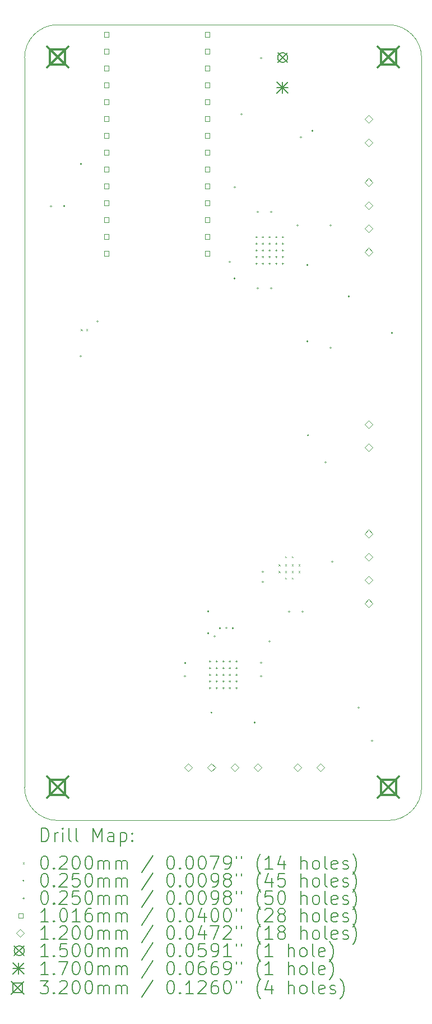
<source format=gbr>
%TF.GenerationSoftware,KiCad,Pcbnew,7.0.11*%
%TF.CreationDate,2024-10-24T10:14:41-04:00*%
%TF.ProjectId,mouse-joystick-pcb,6d6f7573-652d-46a6-9f79-737469636b2d,1.0*%
%TF.SameCoordinates,Original*%
%TF.FileFunction,Drillmap*%
%TF.FilePolarity,Positive*%
%FSLAX45Y45*%
G04 Gerber Fmt 4.5, Leading zero omitted, Abs format (unit mm)*
G04 Created by KiCad (PCBNEW 7.0.11) date 2024-10-24 10:14:41*
%MOMM*%
%LPD*%
G01*
G04 APERTURE LIST*
%ADD10C,0.100000*%
%ADD11C,0.200000*%
%ADD12C,0.101600*%
%ADD13C,0.120000*%
%ADD14C,0.150000*%
%ADD15C,0.170000*%
%ADD16C,0.320000*%
G04 APERTURE END LIST*
D10*
X7740000Y-4160000D02*
G75*
G03*
X7240000Y-4660000I0J-500000D01*
G01*
X7240000Y-15660000D02*
X7240000Y-4660000D01*
X13240000Y-4660000D02*
X13240000Y-15660000D01*
X12740000Y-16160000D02*
G75*
G03*
X13240000Y-15660000I0J500000D01*
G01*
X13240000Y-4660000D02*
G75*
G03*
X12740000Y-4160000I-500000J0D01*
G01*
X7240000Y-15660000D02*
G75*
G03*
X7740000Y-16160000I500000J0D01*
G01*
X12740000Y-16160000D02*
X7740000Y-16160000D01*
X7740000Y-4160000D02*
X12740000Y-4160000D01*
D11*
D10*
X8090630Y-8750000D02*
X8110630Y-8770000D01*
X8110630Y-8750000D02*
X8090630Y-8770000D01*
X8169370Y-8750000D02*
X8189370Y-8770000D01*
X8189370Y-8750000D02*
X8169370Y-8770000D01*
X11080000Y-12300000D02*
X11100000Y-12320000D01*
X11100000Y-12300000D02*
X11080000Y-12320000D01*
X11080000Y-12400000D02*
X11100000Y-12420000D01*
X11100000Y-12400000D02*
X11080000Y-12420000D01*
X11180000Y-12175000D02*
X11200000Y-12195000D01*
X11200000Y-12175000D02*
X11180000Y-12195000D01*
X11180000Y-12300000D02*
X11200000Y-12320000D01*
X11200000Y-12300000D02*
X11180000Y-12320000D01*
X11180000Y-12400000D02*
X11200000Y-12420000D01*
X11200000Y-12400000D02*
X11180000Y-12420000D01*
X11180000Y-12500000D02*
X11200000Y-12520000D01*
X11200000Y-12500000D02*
X11180000Y-12520000D01*
X11280000Y-12175000D02*
X11300000Y-12195000D01*
X11300000Y-12175000D02*
X11280000Y-12195000D01*
X11280000Y-12300000D02*
X11300000Y-12320000D01*
X11300000Y-12300000D02*
X11280000Y-12320000D01*
X11280000Y-12400000D02*
X11300000Y-12420000D01*
X11300000Y-12400000D02*
X11280000Y-12420000D01*
X11280000Y-12500000D02*
X11300000Y-12520000D01*
X11300000Y-12500000D02*
X11280000Y-12520000D01*
X11380000Y-12300000D02*
X11400000Y-12320000D01*
X11400000Y-12300000D02*
X11380000Y-12320000D01*
X11380000Y-12400000D02*
X11400000Y-12420000D01*
X11400000Y-12400000D02*
X11380000Y-12420000D01*
X7652500Y-6897000D02*
G75*
G03*
X7627500Y-6897000I-12500J0D01*
G01*
X7627500Y-6897000D02*
G75*
G03*
X7652500Y-6897000I12500J0D01*
G01*
X7852500Y-6897000D02*
G75*
G03*
X7827500Y-6897000I-12500J0D01*
G01*
X7827500Y-6897000D02*
G75*
G03*
X7852500Y-6897000I12500J0D01*
G01*
X8102500Y-6260000D02*
G75*
G03*
X8077500Y-6260000I-12500J0D01*
G01*
X8077500Y-6260000D02*
G75*
G03*
X8102500Y-6260000I12500J0D01*
G01*
X8102500Y-9160000D02*
G75*
G03*
X8077500Y-9160000I-12500J0D01*
G01*
X8077500Y-9160000D02*
G75*
G03*
X8102500Y-9160000I12500J0D01*
G01*
X8352500Y-8635000D02*
G75*
G03*
X8327500Y-8635000I-12500J0D01*
G01*
X8327500Y-8635000D02*
G75*
G03*
X8352500Y-8635000I12500J0D01*
G01*
X9677500Y-13785000D02*
G75*
G03*
X9652500Y-13785000I-12500J0D01*
G01*
X9652500Y-13785000D02*
G75*
G03*
X9677500Y-13785000I12500J0D01*
G01*
X9677500Y-13985000D02*
G75*
G03*
X9652500Y-13985000I-12500J0D01*
G01*
X9652500Y-13985000D02*
G75*
G03*
X9677500Y-13985000I12500J0D01*
G01*
X10027500Y-13010000D02*
G75*
G03*
X10002500Y-13010000I-12500J0D01*
G01*
X10002500Y-13010000D02*
G75*
G03*
X10027500Y-13010000I12500J0D01*
G01*
X10027500Y-13335000D02*
G75*
G03*
X10002500Y-13335000I-12500J0D01*
G01*
X10002500Y-13335000D02*
G75*
G03*
X10027500Y-13335000I12500J0D01*
G01*
X10077500Y-14535000D02*
G75*
G03*
X10052500Y-14535000I-12500J0D01*
G01*
X10052500Y-14535000D02*
G75*
G03*
X10077500Y-14535000I12500J0D01*
G01*
X10127500Y-13385000D02*
G75*
G03*
X10102500Y-13385000I-12500J0D01*
G01*
X10102500Y-13385000D02*
G75*
G03*
X10127500Y-13385000I12500J0D01*
G01*
X10202500Y-13260000D02*
G75*
G03*
X10177500Y-13260000I-12500J0D01*
G01*
X10177500Y-13260000D02*
G75*
G03*
X10202500Y-13260000I12500J0D01*
G01*
X10302500Y-13260000D02*
G75*
G03*
X10277500Y-13260000I-12500J0D01*
G01*
X10277500Y-13260000D02*
G75*
G03*
X10302500Y-13260000I12500J0D01*
G01*
X10355769Y-7738269D02*
G75*
G03*
X10330769Y-7738269I-12500J0D01*
G01*
X10330769Y-7738269D02*
G75*
G03*
X10355769Y-7738269I12500J0D01*
G01*
X10402500Y-13260000D02*
G75*
G03*
X10377500Y-13260000I-12500J0D01*
G01*
X10377500Y-13260000D02*
G75*
G03*
X10402500Y-13260000I12500J0D01*
G01*
X10427500Y-6610000D02*
G75*
G03*
X10402500Y-6610000I-12500J0D01*
G01*
X10402500Y-6610000D02*
G75*
G03*
X10427500Y-6610000I12500J0D01*
G01*
X10427500Y-7985000D02*
G75*
G03*
X10402500Y-7985000I-12500J0D01*
G01*
X10402500Y-7985000D02*
G75*
G03*
X10427500Y-7985000I12500J0D01*
G01*
X10527500Y-5510000D02*
G75*
G03*
X10502500Y-5510000I-12500J0D01*
G01*
X10502500Y-5510000D02*
G75*
G03*
X10527500Y-5510000I12500J0D01*
G01*
X10727500Y-14685000D02*
G75*
G03*
X10702500Y-14685000I-12500J0D01*
G01*
X10702500Y-14685000D02*
G75*
G03*
X10727500Y-14685000I12500J0D01*
G01*
X10777500Y-6985000D02*
G75*
G03*
X10752500Y-6985000I-12500J0D01*
G01*
X10752500Y-6985000D02*
G75*
G03*
X10777500Y-6985000I12500J0D01*
G01*
X10777500Y-8135000D02*
G75*
G03*
X10752500Y-8135000I-12500J0D01*
G01*
X10752500Y-8135000D02*
G75*
G03*
X10777500Y-8135000I12500J0D01*
G01*
X10827500Y-4660000D02*
G75*
G03*
X10802500Y-4660000I-12500J0D01*
G01*
X10802500Y-4660000D02*
G75*
G03*
X10827500Y-4660000I12500J0D01*
G01*
X10827500Y-13785000D02*
G75*
G03*
X10802500Y-13785000I-12500J0D01*
G01*
X10802500Y-13785000D02*
G75*
G03*
X10827500Y-13785000I12500J0D01*
G01*
X10827500Y-13985000D02*
G75*
G03*
X10802500Y-13985000I-12500J0D01*
G01*
X10802500Y-13985000D02*
G75*
G03*
X10827500Y-13985000I12500J0D01*
G01*
X10852500Y-12410000D02*
G75*
G03*
X10827500Y-12410000I-12500J0D01*
G01*
X10827500Y-12410000D02*
G75*
G03*
X10852500Y-12410000I12500J0D01*
G01*
X10852500Y-12560000D02*
G75*
G03*
X10827500Y-12560000I-12500J0D01*
G01*
X10827500Y-12560000D02*
G75*
G03*
X10852500Y-12560000I12500J0D01*
G01*
X10952500Y-13460000D02*
G75*
G03*
X10927500Y-13460000I-12500J0D01*
G01*
X10927500Y-13460000D02*
G75*
G03*
X10952500Y-13460000I12500J0D01*
G01*
X10977500Y-6985000D02*
G75*
G03*
X10952500Y-6985000I-12500J0D01*
G01*
X10952500Y-6985000D02*
G75*
G03*
X10977500Y-6985000I12500J0D01*
G01*
X10977500Y-8135000D02*
G75*
G03*
X10952500Y-8135000I-12500J0D01*
G01*
X10952500Y-8135000D02*
G75*
G03*
X10977500Y-8135000I12500J0D01*
G01*
X11252500Y-13010000D02*
G75*
G03*
X11227500Y-13010000I-12500J0D01*
G01*
X11227500Y-13010000D02*
G75*
G03*
X11252500Y-13010000I12500J0D01*
G01*
X11377500Y-7185000D02*
G75*
G03*
X11352500Y-7185000I-12500J0D01*
G01*
X11352500Y-7185000D02*
G75*
G03*
X11377500Y-7185000I12500J0D01*
G01*
X11427500Y-5860000D02*
G75*
G03*
X11402500Y-5860000I-12500J0D01*
G01*
X11402500Y-5860000D02*
G75*
G03*
X11427500Y-5860000I12500J0D01*
G01*
X11452500Y-13010000D02*
G75*
G03*
X11427500Y-13010000I-12500J0D01*
G01*
X11427500Y-13010000D02*
G75*
G03*
X11452500Y-13010000I12500J0D01*
G01*
X11527500Y-7785000D02*
G75*
G03*
X11502500Y-7785000I-12500J0D01*
G01*
X11502500Y-7785000D02*
G75*
G03*
X11527500Y-7785000I12500J0D01*
G01*
X11527500Y-8935000D02*
G75*
G03*
X11502500Y-8935000I-12500J0D01*
G01*
X11502500Y-8935000D02*
G75*
G03*
X11527500Y-8935000I12500J0D01*
G01*
X11537500Y-10350000D02*
G75*
G03*
X11512500Y-10350000I-12500J0D01*
G01*
X11512500Y-10350000D02*
G75*
G03*
X11537500Y-10350000I12500J0D01*
G01*
X11602500Y-5760000D02*
G75*
G03*
X11577500Y-5760000I-12500J0D01*
G01*
X11577500Y-5760000D02*
G75*
G03*
X11602500Y-5760000I12500J0D01*
G01*
X11802500Y-10760000D02*
G75*
G03*
X11777500Y-10760000I-12500J0D01*
G01*
X11777500Y-10760000D02*
G75*
G03*
X11802500Y-10760000I12500J0D01*
G01*
X11877500Y-7185000D02*
G75*
G03*
X11852500Y-7185000I-12500J0D01*
G01*
X11852500Y-7185000D02*
G75*
G03*
X11877500Y-7185000I12500J0D01*
G01*
X11877500Y-9035000D02*
G75*
G03*
X11852500Y-9035000I-12500J0D01*
G01*
X11852500Y-9035000D02*
G75*
G03*
X11877500Y-9035000I12500J0D01*
G01*
X11902500Y-12260000D02*
G75*
G03*
X11877500Y-12260000I-12500J0D01*
G01*
X11877500Y-12260000D02*
G75*
G03*
X11902500Y-12260000I12500J0D01*
G01*
X12152500Y-8260000D02*
G75*
G03*
X12127500Y-8260000I-12500J0D01*
G01*
X12127500Y-8260000D02*
G75*
G03*
X12152500Y-8260000I12500J0D01*
G01*
X12302500Y-14460000D02*
G75*
G03*
X12277500Y-14460000I-12500J0D01*
G01*
X12277500Y-14460000D02*
G75*
G03*
X12302500Y-14460000I12500J0D01*
G01*
X12502500Y-14960000D02*
G75*
G03*
X12477500Y-14960000I-12500J0D01*
G01*
X12477500Y-14960000D02*
G75*
G03*
X12502500Y-14960000I12500J0D01*
G01*
X12802500Y-8810000D02*
G75*
G03*
X12777500Y-8810000I-12500J0D01*
G01*
X12777500Y-8810000D02*
G75*
G03*
X12802500Y-8810000I12500J0D01*
G01*
X10040000Y-13747500D02*
X10040000Y-13772500D01*
X10027500Y-13760000D02*
X10052500Y-13760000D01*
X10040000Y-13847500D02*
X10040000Y-13872500D01*
X10027500Y-13860000D02*
X10052500Y-13860000D01*
X10040000Y-13947500D02*
X10040000Y-13972500D01*
X10027500Y-13960000D02*
X10052500Y-13960000D01*
X10040000Y-14047500D02*
X10040000Y-14072500D01*
X10027500Y-14060000D02*
X10052500Y-14060000D01*
X10040000Y-14147500D02*
X10040000Y-14172500D01*
X10027500Y-14160000D02*
X10052500Y-14160000D01*
X10140000Y-13747500D02*
X10140000Y-13772500D01*
X10127500Y-13760000D02*
X10152500Y-13760000D01*
X10140000Y-13847500D02*
X10140000Y-13872500D01*
X10127500Y-13860000D02*
X10152500Y-13860000D01*
X10140000Y-13947500D02*
X10140000Y-13972500D01*
X10127500Y-13960000D02*
X10152500Y-13960000D01*
X10140000Y-14047500D02*
X10140000Y-14072500D01*
X10127500Y-14060000D02*
X10152500Y-14060000D01*
X10140000Y-14147500D02*
X10140000Y-14172500D01*
X10127500Y-14160000D02*
X10152500Y-14160000D01*
X10240000Y-13747500D02*
X10240000Y-13772500D01*
X10227500Y-13760000D02*
X10252500Y-13760000D01*
X10240000Y-13847500D02*
X10240000Y-13872500D01*
X10227500Y-13860000D02*
X10252500Y-13860000D01*
X10240000Y-13947500D02*
X10240000Y-13972500D01*
X10227500Y-13960000D02*
X10252500Y-13960000D01*
X10240000Y-14047500D02*
X10240000Y-14072500D01*
X10227500Y-14060000D02*
X10252500Y-14060000D01*
X10240000Y-14147500D02*
X10240000Y-14172500D01*
X10227500Y-14160000D02*
X10252500Y-14160000D01*
X10340000Y-13747500D02*
X10340000Y-13772500D01*
X10327500Y-13760000D02*
X10352500Y-13760000D01*
X10340000Y-13847500D02*
X10340000Y-13872500D01*
X10327500Y-13860000D02*
X10352500Y-13860000D01*
X10340000Y-13947500D02*
X10340000Y-13972500D01*
X10327500Y-13960000D02*
X10352500Y-13960000D01*
X10340000Y-14047500D02*
X10340000Y-14072500D01*
X10327500Y-14060000D02*
X10352500Y-14060000D01*
X10340000Y-14147500D02*
X10340000Y-14172500D01*
X10327500Y-14160000D02*
X10352500Y-14160000D01*
X10440000Y-13747500D02*
X10440000Y-13772500D01*
X10427500Y-13760000D02*
X10452500Y-13760000D01*
X10440000Y-13847500D02*
X10440000Y-13872500D01*
X10427500Y-13860000D02*
X10452500Y-13860000D01*
X10440000Y-13947500D02*
X10440000Y-13972500D01*
X10427500Y-13960000D02*
X10452500Y-13960000D01*
X10440000Y-14047500D02*
X10440000Y-14072500D01*
X10427500Y-14060000D02*
X10452500Y-14060000D01*
X10440000Y-14147500D02*
X10440000Y-14172500D01*
X10427500Y-14160000D02*
X10452500Y-14160000D01*
X10740000Y-7347500D02*
X10740000Y-7372500D01*
X10727500Y-7360000D02*
X10752500Y-7360000D01*
X10740000Y-7447500D02*
X10740000Y-7472500D01*
X10727500Y-7460000D02*
X10752500Y-7460000D01*
X10740000Y-7547500D02*
X10740000Y-7572500D01*
X10727500Y-7560000D02*
X10752500Y-7560000D01*
X10740000Y-7647500D02*
X10740000Y-7672500D01*
X10727500Y-7660000D02*
X10752500Y-7660000D01*
X10740000Y-7747500D02*
X10740000Y-7772500D01*
X10727500Y-7760000D02*
X10752500Y-7760000D01*
X10840000Y-7347500D02*
X10840000Y-7372500D01*
X10827500Y-7360000D02*
X10852500Y-7360000D01*
X10840000Y-7447500D02*
X10840000Y-7472500D01*
X10827500Y-7460000D02*
X10852500Y-7460000D01*
X10840000Y-7547500D02*
X10840000Y-7572500D01*
X10827500Y-7560000D02*
X10852500Y-7560000D01*
X10840000Y-7647500D02*
X10840000Y-7672500D01*
X10827500Y-7660000D02*
X10852500Y-7660000D01*
X10840000Y-7747500D02*
X10840000Y-7772500D01*
X10827500Y-7760000D02*
X10852500Y-7760000D01*
X10940000Y-7347500D02*
X10940000Y-7372500D01*
X10927500Y-7360000D02*
X10952500Y-7360000D01*
X10940000Y-7447500D02*
X10940000Y-7472500D01*
X10927500Y-7460000D02*
X10952500Y-7460000D01*
X10940000Y-7547500D02*
X10940000Y-7572500D01*
X10927500Y-7560000D02*
X10952500Y-7560000D01*
X10940000Y-7647500D02*
X10940000Y-7672500D01*
X10927500Y-7660000D02*
X10952500Y-7660000D01*
X10940000Y-7747500D02*
X10940000Y-7772500D01*
X10927500Y-7760000D02*
X10952500Y-7760000D01*
X11040000Y-7347500D02*
X11040000Y-7372500D01*
X11027500Y-7360000D02*
X11052500Y-7360000D01*
X11040000Y-7447500D02*
X11040000Y-7472500D01*
X11027500Y-7460000D02*
X11052500Y-7460000D01*
X11040000Y-7547500D02*
X11040000Y-7572500D01*
X11027500Y-7560000D02*
X11052500Y-7560000D01*
X11040000Y-7647500D02*
X11040000Y-7672500D01*
X11027500Y-7660000D02*
X11052500Y-7660000D01*
X11040000Y-7747500D02*
X11040000Y-7772500D01*
X11027500Y-7760000D02*
X11052500Y-7760000D01*
X11140000Y-7347500D02*
X11140000Y-7372500D01*
X11127500Y-7360000D02*
X11152500Y-7360000D01*
X11140000Y-7447500D02*
X11140000Y-7472500D01*
X11127500Y-7460000D02*
X11152500Y-7460000D01*
X11140000Y-7547500D02*
X11140000Y-7572500D01*
X11127500Y-7560000D02*
X11152500Y-7560000D01*
X11140000Y-7647500D02*
X11140000Y-7672500D01*
X11127500Y-7660000D02*
X11152500Y-7660000D01*
X11140000Y-7747500D02*
X11140000Y-7772500D01*
X11127500Y-7760000D02*
X11152500Y-7760000D01*
D12*
X8513921Y-4344921D02*
X8513921Y-4273079D01*
X8442079Y-4273079D01*
X8442079Y-4344921D01*
X8513921Y-4344921D01*
X8513921Y-4598921D02*
X8513921Y-4527079D01*
X8442079Y-4527079D01*
X8442079Y-4598921D01*
X8513921Y-4598921D01*
X8513921Y-4852921D02*
X8513921Y-4781079D01*
X8442079Y-4781079D01*
X8442079Y-4852921D01*
X8513921Y-4852921D01*
X8513921Y-5106921D02*
X8513921Y-5035079D01*
X8442079Y-5035079D01*
X8442079Y-5106921D01*
X8513921Y-5106921D01*
X8513921Y-5360921D02*
X8513921Y-5289079D01*
X8442079Y-5289079D01*
X8442079Y-5360921D01*
X8513921Y-5360921D01*
X8513921Y-5614921D02*
X8513921Y-5543079D01*
X8442079Y-5543079D01*
X8442079Y-5614921D01*
X8513921Y-5614921D01*
X8513921Y-5868921D02*
X8513921Y-5797079D01*
X8442079Y-5797079D01*
X8442079Y-5868921D01*
X8513921Y-5868921D01*
X8513921Y-6122921D02*
X8513921Y-6051079D01*
X8442079Y-6051079D01*
X8442079Y-6122921D01*
X8513921Y-6122921D01*
X8513921Y-6376921D02*
X8513921Y-6305079D01*
X8442079Y-6305079D01*
X8442079Y-6376921D01*
X8513921Y-6376921D01*
X8513921Y-6630921D02*
X8513921Y-6559079D01*
X8442079Y-6559079D01*
X8442079Y-6630921D01*
X8513921Y-6630921D01*
X8513921Y-6884921D02*
X8513921Y-6813079D01*
X8442079Y-6813079D01*
X8442079Y-6884921D01*
X8513921Y-6884921D01*
X8513921Y-7138921D02*
X8513921Y-7067079D01*
X8442079Y-7067079D01*
X8442079Y-7138921D01*
X8513921Y-7138921D01*
X8513921Y-7392921D02*
X8513921Y-7321079D01*
X8442079Y-7321079D01*
X8442079Y-7392921D01*
X8513921Y-7392921D01*
X8513921Y-7646921D02*
X8513921Y-7575079D01*
X8442079Y-7575079D01*
X8442079Y-7646921D01*
X8513921Y-7646921D01*
X10037921Y-4344921D02*
X10037921Y-4273079D01*
X9966079Y-4273079D01*
X9966079Y-4344921D01*
X10037921Y-4344921D01*
X10037921Y-4598921D02*
X10037921Y-4527079D01*
X9966079Y-4527079D01*
X9966079Y-4598921D01*
X10037921Y-4598921D01*
X10037921Y-4852921D02*
X10037921Y-4781079D01*
X9966079Y-4781079D01*
X9966079Y-4852921D01*
X10037921Y-4852921D01*
X10037921Y-5106921D02*
X10037921Y-5035079D01*
X9966079Y-5035079D01*
X9966079Y-5106921D01*
X10037921Y-5106921D01*
X10037921Y-5360921D02*
X10037921Y-5289079D01*
X9966079Y-5289079D01*
X9966079Y-5360921D01*
X10037921Y-5360921D01*
X10037921Y-5614921D02*
X10037921Y-5543079D01*
X9966079Y-5543079D01*
X9966079Y-5614921D01*
X10037921Y-5614921D01*
X10037921Y-5868921D02*
X10037921Y-5797079D01*
X9966079Y-5797079D01*
X9966079Y-5868921D01*
X10037921Y-5868921D01*
X10037921Y-6122921D02*
X10037921Y-6051079D01*
X9966079Y-6051079D01*
X9966079Y-6122921D01*
X10037921Y-6122921D01*
X10037921Y-6376921D02*
X10037921Y-6305079D01*
X9966079Y-6305079D01*
X9966079Y-6376921D01*
X10037921Y-6376921D01*
X10037921Y-6630921D02*
X10037921Y-6559079D01*
X9966079Y-6559079D01*
X9966079Y-6630921D01*
X10037921Y-6630921D01*
X10037921Y-6884921D02*
X10037921Y-6813079D01*
X9966079Y-6813079D01*
X9966079Y-6884921D01*
X10037921Y-6884921D01*
X10037921Y-7138921D02*
X10037921Y-7067079D01*
X9966079Y-7067079D01*
X9966079Y-7138921D01*
X10037921Y-7138921D01*
X10037921Y-7392921D02*
X10037921Y-7321079D01*
X9966079Y-7321079D01*
X9966079Y-7392921D01*
X10037921Y-7392921D01*
X10037921Y-7646921D02*
X10037921Y-7575079D01*
X9966079Y-7575079D01*
X9966079Y-7646921D01*
X10037921Y-7646921D01*
D13*
X9715000Y-15420000D02*
X9775000Y-15360000D01*
X9715000Y-15300000D01*
X9655000Y-15360000D01*
X9715000Y-15420000D01*
X10065000Y-15420000D02*
X10125000Y-15360000D01*
X10065000Y-15300000D01*
X10005000Y-15360000D01*
X10065000Y-15420000D01*
X10415000Y-15420000D02*
X10475000Y-15360000D01*
X10415000Y-15300000D01*
X10355000Y-15360000D01*
X10415000Y-15420000D01*
X10765000Y-15420000D02*
X10825000Y-15360000D01*
X10765000Y-15300000D01*
X10705000Y-15360000D01*
X10765000Y-15420000D01*
X11365000Y-15420000D02*
X11425000Y-15360000D01*
X11365000Y-15300000D01*
X11305000Y-15360000D01*
X11365000Y-15420000D01*
X11715000Y-15420000D02*
X11775000Y-15360000D01*
X11715000Y-15300000D01*
X11655000Y-15360000D01*
X11715000Y-15420000D01*
X12440000Y-5645000D02*
X12500000Y-5585000D01*
X12440000Y-5525000D01*
X12380000Y-5585000D01*
X12440000Y-5645000D01*
X12440000Y-5995000D02*
X12500000Y-5935000D01*
X12440000Y-5875000D01*
X12380000Y-5935000D01*
X12440000Y-5995000D01*
X12440000Y-6595000D02*
X12500000Y-6535000D01*
X12440000Y-6475000D01*
X12380000Y-6535000D01*
X12440000Y-6595000D01*
X12440000Y-6945000D02*
X12500000Y-6885000D01*
X12440000Y-6825000D01*
X12380000Y-6885000D01*
X12440000Y-6945000D01*
X12440000Y-7295000D02*
X12500000Y-7235000D01*
X12440000Y-7175000D01*
X12380000Y-7235000D01*
X12440000Y-7295000D01*
X12440000Y-7645000D02*
X12500000Y-7585000D01*
X12440000Y-7525000D01*
X12380000Y-7585000D01*
X12440000Y-7645000D01*
X12440000Y-10245000D02*
X12500000Y-10185000D01*
X12440000Y-10125000D01*
X12380000Y-10185000D01*
X12440000Y-10245000D01*
X12440000Y-10595000D02*
X12500000Y-10535000D01*
X12440000Y-10475000D01*
X12380000Y-10535000D01*
X12440000Y-10595000D01*
X12440000Y-11895000D02*
X12500000Y-11835000D01*
X12440000Y-11775000D01*
X12380000Y-11835000D01*
X12440000Y-11895000D01*
X12440000Y-12245000D02*
X12500000Y-12185000D01*
X12440000Y-12125000D01*
X12380000Y-12185000D01*
X12440000Y-12245000D01*
X12440000Y-12595000D02*
X12500000Y-12535000D01*
X12440000Y-12475000D01*
X12380000Y-12535000D01*
X12440000Y-12595000D01*
X12440000Y-12945000D02*
X12500000Y-12885000D01*
X12440000Y-12825000D01*
X12380000Y-12885000D01*
X12440000Y-12945000D01*
D14*
X11065000Y-4580000D02*
X11215000Y-4730000D01*
X11215000Y-4580000D02*
X11065000Y-4730000D01*
X11215000Y-4655000D02*
G75*
G03*
X11065000Y-4655000I-75000J0D01*
G01*
X11065000Y-4655000D02*
G75*
G03*
X11215000Y-4655000I75000J0D01*
G01*
D15*
X11055000Y-5020000D02*
X11225000Y-5190000D01*
X11225000Y-5020000D02*
X11055000Y-5190000D01*
X11140000Y-5020000D02*
X11140000Y-5190000D01*
X11055000Y-5105000D02*
X11225000Y-5105000D01*
D16*
X7580000Y-4486500D02*
X7900000Y-4806500D01*
X7900000Y-4486500D02*
X7580000Y-4806500D01*
X7853138Y-4759638D02*
X7853138Y-4533362D01*
X7626862Y-4533362D01*
X7626862Y-4759638D01*
X7853138Y-4759638D01*
X7580000Y-15500000D02*
X7900000Y-15820000D01*
X7900000Y-15500000D02*
X7580000Y-15820000D01*
X7853138Y-15773138D02*
X7853138Y-15546862D01*
X7626862Y-15546862D01*
X7626862Y-15773138D01*
X7853138Y-15773138D01*
X12580000Y-4486500D02*
X12900000Y-4806500D01*
X12900000Y-4486500D02*
X12580000Y-4806500D01*
X12853138Y-4759638D02*
X12853138Y-4533362D01*
X12626862Y-4533362D01*
X12626862Y-4759638D01*
X12853138Y-4759638D01*
X12580000Y-15500000D02*
X12900000Y-15820000D01*
X12900000Y-15500000D02*
X12580000Y-15820000D01*
X12853138Y-15773138D02*
X12853138Y-15546862D01*
X12626862Y-15546862D01*
X12626862Y-15773138D01*
X12853138Y-15773138D01*
D11*
X7495777Y-16476484D02*
X7495777Y-16276484D01*
X7495777Y-16276484D02*
X7543396Y-16276484D01*
X7543396Y-16276484D02*
X7571967Y-16286008D01*
X7571967Y-16286008D02*
X7591015Y-16305055D01*
X7591015Y-16305055D02*
X7600539Y-16324103D01*
X7600539Y-16324103D02*
X7610062Y-16362198D01*
X7610062Y-16362198D02*
X7610062Y-16390769D01*
X7610062Y-16390769D02*
X7600539Y-16428865D01*
X7600539Y-16428865D02*
X7591015Y-16447912D01*
X7591015Y-16447912D02*
X7571967Y-16466960D01*
X7571967Y-16466960D02*
X7543396Y-16476484D01*
X7543396Y-16476484D02*
X7495777Y-16476484D01*
X7695777Y-16476484D02*
X7695777Y-16343150D01*
X7695777Y-16381246D02*
X7705301Y-16362198D01*
X7705301Y-16362198D02*
X7714824Y-16352674D01*
X7714824Y-16352674D02*
X7733872Y-16343150D01*
X7733872Y-16343150D02*
X7752920Y-16343150D01*
X7819586Y-16476484D02*
X7819586Y-16343150D01*
X7819586Y-16276484D02*
X7810062Y-16286008D01*
X7810062Y-16286008D02*
X7819586Y-16295531D01*
X7819586Y-16295531D02*
X7829110Y-16286008D01*
X7829110Y-16286008D02*
X7819586Y-16276484D01*
X7819586Y-16276484D02*
X7819586Y-16295531D01*
X7943396Y-16476484D02*
X7924348Y-16466960D01*
X7924348Y-16466960D02*
X7914824Y-16447912D01*
X7914824Y-16447912D02*
X7914824Y-16276484D01*
X8048158Y-16476484D02*
X8029110Y-16466960D01*
X8029110Y-16466960D02*
X8019586Y-16447912D01*
X8019586Y-16447912D02*
X8019586Y-16276484D01*
X8276729Y-16476484D02*
X8276729Y-16276484D01*
X8276729Y-16276484D02*
X8343396Y-16419341D01*
X8343396Y-16419341D02*
X8410063Y-16276484D01*
X8410063Y-16276484D02*
X8410063Y-16476484D01*
X8591015Y-16476484D02*
X8591015Y-16371722D01*
X8591015Y-16371722D02*
X8581491Y-16352674D01*
X8581491Y-16352674D02*
X8562444Y-16343150D01*
X8562444Y-16343150D02*
X8524348Y-16343150D01*
X8524348Y-16343150D02*
X8505301Y-16352674D01*
X8591015Y-16466960D02*
X8571967Y-16476484D01*
X8571967Y-16476484D02*
X8524348Y-16476484D01*
X8524348Y-16476484D02*
X8505301Y-16466960D01*
X8505301Y-16466960D02*
X8495777Y-16447912D01*
X8495777Y-16447912D02*
X8495777Y-16428865D01*
X8495777Y-16428865D02*
X8505301Y-16409817D01*
X8505301Y-16409817D02*
X8524348Y-16400293D01*
X8524348Y-16400293D02*
X8571967Y-16400293D01*
X8571967Y-16400293D02*
X8591015Y-16390769D01*
X8686253Y-16343150D02*
X8686253Y-16543150D01*
X8686253Y-16352674D02*
X8705301Y-16343150D01*
X8705301Y-16343150D02*
X8743396Y-16343150D01*
X8743396Y-16343150D02*
X8762444Y-16352674D01*
X8762444Y-16352674D02*
X8771967Y-16362198D01*
X8771967Y-16362198D02*
X8781491Y-16381246D01*
X8781491Y-16381246D02*
X8781491Y-16438388D01*
X8781491Y-16438388D02*
X8771967Y-16457436D01*
X8771967Y-16457436D02*
X8762444Y-16466960D01*
X8762444Y-16466960D02*
X8743396Y-16476484D01*
X8743396Y-16476484D02*
X8705301Y-16476484D01*
X8705301Y-16476484D02*
X8686253Y-16466960D01*
X8867205Y-16457436D02*
X8876729Y-16466960D01*
X8876729Y-16466960D02*
X8867205Y-16476484D01*
X8867205Y-16476484D02*
X8857682Y-16466960D01*
X8857682Y-16466960D02*
X8867205Y-16457436D01*
X8867205Y-16457436D02*
X8867205Y-16476484D01*
X8867205Y-16352674D02*
X8876729Y-16362198D01*
X8876729Y-16362198D02*
X8867205Y-16371722D01*
X8867205Y-16371722D02*
X8857682Y-16362198D01*
X8857682Y-16362198D02*
X8867205Y-16352674D01*
X8867205Y-16352674D02*
X8867205Y-16371722D01*
D10*
X7215000Y-16795000D02*
X7235000Y-16815000D01*
X7235000Y-16795000D02*
X7215000Y-16815000D01*
D11*
X7533872Y-16696484D02*
X7552920Y-16696484D01*
X7552920Y-16696484D02*
X7571967Y-16706008D01*
X7571967Y-16706008D02*
X7581491Y-16715531D01*
X7581491Y-16715531D02*
X7591015Y-16734579D01*
X7591015Y-16734579D02*
X7600539Y-16772674D01*
X7600539Y-16772674D02*
X7600539Y-16820293D01*
X7600539Y-16820293D02*
X7591015Y-16858389D01*
X7591015Y-16858389D02*
X7581491Y-16877436D01*
X7581491Y-16877436D02*
X7571967Y-16886960D01*
X7571967Y-16886960D02*
X7552920Y-16896484D01*
X7552920Y-16896484D02*
X7533872Y-16896484D01*
X7533872Y-16896484D02*
X7514824Y-16886960D01*
X7514824Y-16886960D02*
X7505301Y-16877436D01*
X7505301Y-16877436D02*
X7495777Y-16858389D01*
X7495777Y-16858389D02*
X7486253Y-16820293D01*
X7486253Y-16820293D02*
X7486253Y-16772674D01*
X7486253Y-16772674D02*
X7495777Y-16734579D01*
X7495777Y-16734579D02*
X7505301Y-16715531D01*
X7505301Y-16715531D02*
X7514824Y-16706008D01*
X7514824Y-16706008D02*
X7533872Y-16696484D01*
X7686253Y-16877436D02*
X7695777Y-16886960D01*
X7695777Y-16886960D02*
X7686253Y-16896484D01*
X7686253Y-16896484D02*
X7676729Y-16886960D01*
X7676729Y-16886960D02*
X7686253Y-16877436D01*
X7686253Y-16877436D02*
X7686253Y-16896484D01*
X7771967Y-16715531D02*
X7781491Y-16706008D01*
X7781491Y-16706008D02*
X7800539Y-16696484D01*
X7800539Y-16696484D02*
X7848158Y-16696484D01*
X7848158Y-16696484D02*
X7867205Y-16706008D01*
X7867205Y-16706008D02*
X7876729Y-16715531D01*
X7876729Y-16715531D02*
X7886253Y-16734579D01*
X7886253Y-16734579D02*
X7886253Y-16753627D01*
X7886253Y-16753627D02*
X7876729Y-16782198D01*
X7876729Y-16782198D02*
X7762443Y-16896484D01*
X7762443Y-16896484D02*
X7886253Y-16896484D01*
X8010062Y-16696484D02*
X8029110Y-16696484D01*
X8029110Y-16696484D02*
X8048158Y-16706008D01*
X8048158Y-16706008D02*
X8057682Y-16715531D01*
X8057682Y-16715531D02*
X8067205Y-16734579D01*
X8067205Y-16734579D02*
X8076729Y-16772674D01*
X8076729Y-16772674D02*
X8076729Y-16820293D01*
X8076729Y-16820293D02*
X8067205Y-16858389D01*
X8067205Y-16858389D02*
X8057682Y-16877436D01*
X8057682Y-16877436D02*
X8048158Y-16886960D01*
X8048158Y-16886960D02*
X8029110Y-16896484D01*
X8029110Y-16896484D02*
X8010062Y-16896484D01*
X8010062Y-16896484D02*
X7991015Y-16886960D01*
X7991015Y-16886960D02*
X7981491Y-16877436D01*
X7981491Y-16877436D02*
X7971967Y-16858389D01*
X7971967Y-16858389D02*
X7962443Y-16820293D01*
X7962443Y-16820293D02*
X7962443Y-16772674D01*
X7962443Y-16772674D02*
X7971967Y-16734579D01*
X7971967Y-16734579D02*
X7981491Y-16715531D01*
X7981491Y-16715531D02*
X7991015Y-16706008D01*
X7991015Y-16706008D02*
X8010062Y-16696484D01*
X8200539Y-16696484D02*
X8219586Y-16696484D01*
X8219586Y-16696484D02*
X8238634Y-16706008D01*
X8238634Y-16706008D02*
X8248158Y-16715531D01*
X8248158Y-16715531D02*
X8257682Y-16734579D01*
X8257682Y-16734579D02*
X8267205Y-16772674D01*
X8267205Y-16772674D02*
X8267205Y-16820293D01*
X8267205Y-16820293D02*
X8257682Y-16858389D01*
X8257682Y-16858389D02*
X8248158Y-16877436D01*
X8248158Y-16877436D02*
X8238634Y-16886960D01*
X8238634Y-16886960D02*
X8219586Y-16896484D01*
X8219586Y-16896484D02*
X8200539Y-16896484D01*
X8200539Y-16896484D02*
X8181491Y-16886960D01*
X8181491Y-16886960D02*
X8171967Y-16877436D01*
X8171967Y-16877436D02*
X8162443Y-16858389D01*
X8162443Y-16858389D02*
X8152920Y-16820293D01*
X8152920Y-16820293D02*
X8152920Y-16772674D01*
X8152920Y-16772674D02*
X8162443Y-16734579D01*
X8162443Y-16734579D02*
X8171967Y-16715531D01*
X8171967Y-16715531D02*
X8181491Y-16706008D01*
X8181491Y-16706008D02*
X8200539Y-16696484D01*
X8352920Y-16896484D02*
X8352920Y-16763150D01*
X8352920Y-16782198D02*
X8362443Y-16772674D01*
X8362443Y-16772674D02*
X8381491Y-16763150D01*
X8381491Y-16763150D02*
X8410063Y-16763150D01*
X8410063Y-16763150D02*
X8429110Y-16772674D01*
X8429110Y-16772674D02*
X8438634Y-16791722D01*
X8438634Y-16791722D02*
X8438634Y-16896484D01*
X8438634Y-16791722D02*
X8448158Y-16772674D01*
X8448158Y-16772674D02*
X8467205Y-16763150D01*
X8467205Y-16763150D02*
X8495777Y-16763150D01*
X8495777Y-16763150D02*
X8514825Y-16772674D01*
X8514825Y-16772674D02*
X8524348Y-16791722D01*
X8524348Y-16791722D02*
X8524348Y-16896484D01*
X8619586Y-16896484D02*
X8619586Y-16763150D01*
X8619586Y-16782198D02*
X8629110Y-16772674D01*
X8629110Y-16772674D02*
X8648158Y-16763150D01*
X8648158Y-16763150D02*
X8676729Y-16763150D01*
X8676729Y-16763150D02*
X8695777Y-16772674D01*
X8695777Y-16772674D02*
X8705301Y-16791722D01*
X8705301Y-16791722D02*
X8705301Y-16896484D01*
X8705301Y-16791722D02*
X8714825Y-16772674D01*
X8714825Y-16772674D02*
X8733872Y-16763150D01*
X8733872Y-16763150D02*
X8762444Y-16763150D01*
X8762444Y-16763150D02*
X8781491Y-16772674D01*
X8781491Y-16772674D02*
X8791015Y-16791722D01*
X8791015Y-16791722D02*
X8791015Y-16896484D01*
X9181491Y-16686960D02*
X9010063Y-16944103D01*
X9438634Y-16696484D02*
X9457682Y-16696484D01*
X9457682Y-16696484D02*
X9476729Y-16706008D01*
X9476729Y-16706008D02*
X9486253Y-16715531D01*
X9486253Y-16715531D02*
X9495777Y-16734579D01*
X9495777Y-16734579D02*
X9505301Y-16772674D01*
X9505301Y-16772674D02*
X9505301Y-16820293D01*
X9505301Y-16820293D02*
X9495777Y-16858389D01*
X9495777Y-16858389D02*
X9486253Y-16877436D01*
X9486253Y-16877436D02*
X9476729Y-16886960D01*
X9476729Y-16886960D02*
X9457682Y-16896484D01*
X9457682Y-16896484D02*
X9438634Y-16896484D01*
X9438634Y-16896484D02*
X9419587Y-16886960D01*
X9419587Y-16886960D02*
X9410063Y-16877436D01*
X9410063Y-16877436D02*
X9400539Y-16858389D01*
X9400539Y-16858389D02*
X9391015Y-16820293D01*
X9391015Y-16820293D02*
X9391015Y-16772674D01*
X9391015Y-16772674D02*
X9400539Y-16734579D01*
X9400539Y-16734579D02*
X9410063Y-16715531D01*
X9410063Y-16715531D02*
X9419587Y-16706008D01*
X9419587Y-16706008D02*
X9438634Y-16696484D01*
X9591015Y-16877436D02*
X9600539Y-16886960D01*
X9600539Y-16886960D02*
X9591015Y-16896484D01*
X9591015Y-16896484D02*
X9581491Y-16886960D01*
X9581491Y-16886960D02*
X9591015Y-16877436D01*
X9591015Y-16877436D02*
X9591015Y-16896484D01*
X9724348Y-16696484D02*
X9743396Y-16696484D01*
X9743396Y-16696484D02*
X9762444Y-16706008D01*
X9762444Y-16706008D02*
X9771968Y-16715531D01*
X9771968Y-16715531D02*
X9781491Y-16734579D01*
X9781491Y-16734579D02*
X9791015Y-16772674D01*
X9791015Y-16772674D02*
X9791015Y-16820293D01*
X9791015Y-16820293D02*
X9781491Y-16858389D01*
X9781491Y-16858389D02*
X9771968Y-16877436D01*
X9771968Y-16877436D02*
X9762444Y-16886960D01*
X9762444Y-16886960D02*
X9743396Y-16896484D01*
X9743396Y-16896484D02*
X9724348Y-16896484D01*
X9724348Y-16896484D02*
X9705301Y-16886960D01*
X9705301Y-16886960D02*
X9695777Y-16877436D01*
X9695777Y-16877436D02*
X9686253Y-16858389D01*
X9686253Y-16858389D02*
X9676729Y-16820293D01*
X9676729Y-16820293D02*
X9676729Y-16772674D01*
X9676729Y-16772674D02*
X9686253Y-16734579D01*
X9686253Y-16734579D02*
X9695777Y-16715531D01*
X9695777Y-16715531D02*
X9705301Y-16706008D01*
X9705301Y-16706008D02*
X9724348Y-16696484D01*
X9914825Y-16696484D02*
X9933872Y-16696484D01*
X9933872Y-16696484D02*
X9952920Y-16706008D01*
X9952920Y-16706008D02*
X9962444Y-16715531D01*
X9962444Y-16715531D02*
X9971968Y-16734579D01*
X9971968Y-16734579D02*
X9981491Y-16772674D01*
X9981491Y-16772674D02*
X9981491Y-16820293D01*
X9981491Y-16820293D02*
X9971968Y-16858389D01*
X9971968Y-16858389D02*
X9962444Y-16877436D01*
X9962444Y-16877436D02*
X9952920Y-16886960D01*
X9952920Y-16886960D02*
X9933872Y-16896484D01*
X9933872Y-16896484D02*
X9914825Y-16896484D01*
X9914825Y-16896484D02*
X9895777Y-16886960D01*
X9895777Y-16886960D02*
X9886253Y-16877436D01*
X9886253Y-16877436D02*
X9876729Y-16858389D01*
X9876729Y-16858389D02*
X9867206Y-16820293D01*
X9867206Y-16820293D02*
X9867206Y-16772674D01*
X9867206Y-16772674D02*
X9876729Y-16734579D01*
X9876729Y-16734579D02*
X9886253Y-16715531D01*
X9886253Y-16715531D02*
X9895777Y-16706008D01*
X9895777Y-16706008D02*
X9914825Y-16696484D01*
X10048158Y-16696484D02*
X10181491Y-16696484D01*
X10181491Y-16696484D02*
X10095777Y-16896484D01*
X10267206Y-16896484D02*
X10305301Y-16896484D01*
X10305301Y-16896484D02*
X10324349Y-16886960D01*
X10324349Y-16886960D02*
X10333872Y-16877436D01*
X10333872Y-16877436D02*
X10352920Y-16848865D01*
X10352920Y-16848865D02*
X10362444Y-16810770D01*
X10362444Y-16810770D02*
X10362444Y-16734579D01*
X10362444Y-16734579D02*
X10352920Y-16715531D01*
X10352920Y-16715531D02*
X10343396Y-16706008D01*
X10343396Y-16706008D02*
X10324349Y-16696484D01*
X10324349Y-16696484D02*
X10286253Y-16696484D01*
X10286253Y-16696484D02*
X10267206Y-16706008D01*
X10267206Y-16706008D02*
X10257682Y-16715531D01*
X10257682Y-16715531D02*
X10248158Y-16734579D01*
X10248158Y-16734579D02*
X10248158Y-16782198D01*
X10248158Y-16782198D02*
X10257682Y-16801246D01*
X10257682Y-16801246D02*
X10267206Y-16810770D01*
X10267206Y-16810770D02*
X10286253Y-16820293D01*
X10286253Y-16820293D02*
X10324349Y-16820293D01*
X10324349Y-16820293D02*
X10343396Y-16810770D01*
X10343396Y-16810770D02*
X10352920Y-16801246D01*
X10352920Y-16801246D02*
X10362444Y-16782198D01*
X10438634Y-16696484D02*
X10438634Y-16734579D01*
X10514825Y-16696484D02*
X10514825Y-16734579D01*
X10810063Y-16972674D02*
X10800539Y-16963150D01*
X10800539Y-16963150D02*
X10781491Y-16934579D01*
X10781491Y-16934579D02*
X10771968Y-16915531D01*
X10771968Y-16915531D02*
X10762444Y-16886960D01*
X10762444Y-16886960D02*
X10752920Y-16839341D01*
X10752920Y-16839341D02*
X10752920Y-16801246D01*
X10752920Y-16801246D02*
X10762444Y-16753627D01*
X10762444Y-16753627D02*
X10771968Y-16725055D01*
X10771968Y-16725055D02*
X10781491Y-16706008D01*
X10781491Y-16706008D02*
X10800539Y-16677436D01*
X10800539Y-16677436D02*
X10810063Y-16667912D01*
X10991015Y-16896484D02*
X10876730Y-16896484D01*
X10933872Y-16896484D02*
X10933872Y-16696484D01*
X10933872Y-16696484D02*
X10914825Y-16725055D01*
X10914825Y-16725055D02*
X10895777Y-16744103D01*
X10895777Y-16744103D02*
X10876730Y-16753627D01*
X11162444Y-16763150D02*
X11162444Y-16896484D01*
X11114825Y-16686960D02*
X11067206Y-16829817D01*
X11067206Y-16829817D02*
X11191015Y-16829817D01*
X11419587Y-16896484D02*
X11419587Y-16696484D01*
X11505301Y-16896484D02*
X11505301Y-16791722D01*
X11505301Y-16791722D02*
X11495777Y-16772674D01*
X11495777Y-16772674D02*
X11476730Y-16763150D01*
X11476730Y-16763150D02*
X11448158Y-16763150D01*
X11448158Y-16763150D02*
X11429110Y-16772674D01*
X11429110Y-16772674D02*
X11419587Y-16782198D01*
X11629110Y-16896484D02*
X11610063Y-16886960D01*
X11610063Y-16886960D02*
X11600539Y-16877436D01*
X11600539Y-16877436D02*
X11591015Y-16858389D01*
X11591015Y-16858389D02*
X11591015Y-16801246D01*
X11591015Y-16801246D02*
X11600539Y-16782198D01*
X11600539Y-16782198D02*
X11610063Y-16772674D01*
X11610063Y-16772674D02*
X11629110Y-16763150D01*
X11629110Y-16763150D02*
X11657682Y-16763150D01*
X11657682Y-16763150D02*
X11676730Y-16772674D01*
X11676730Y-16772674D02*
X11686253Y-16782198D01*
X11686253Y-16782198D02*
X11695777Y-16801246D01*
X11695777Y-16801246D02*
X11695777Y-16858389D01*
X11695777Y-16858389D02*
X11686253Y-16877436D01*
X11686253Y-16877436D02*
X11676730Y-16886960D01*
X11676730Y-16886960D02*
X11657682Y-16896484D01*
X11657682Y-16896484D02*
X11629110Y-16896484D01*
X11810063Y-16896484D02*
X11791015Y-16886960D01*
X11791015Y-16886960D02*
X11781491Y-16867912D01*
X11781491Y-16867912D02*
X11781491Y-16696484D01*
X11962444Y-16886960D02*
X11943396Y-16896484D01*
X11943396Y-16896484D02*
X11905301Y-16896484D01*
X11905301Y-16896484D02*
X11886253Y-16886960D01*
X11886253Y-16886960D02*
X11876730Y-16867912D01*
X11876730Y-16867912D02*
X11876730Y-16791722D01*
X11876730Y-16791722D02*
X11886253Y-16772674D01*
X11886253Y-16772674D02*
X11905301Y-16763150D01*
X11905301Y-16763150D02*
X11943396Y-16763150D01*
X11943396Y-16763150D02*
X11962444Y-16772674D01*
X11962444Y-16772674D02*
X11971968Y-16791722D01*
X11971968Y-16791722D02*
X11971968Y-16810770D01*
X11971968Y-16810770D02*
X11876730Y-16829817D01*
X12048158Y-16886960D02*
X12067206Y-16896484D01*
X12067206Y-16896484D02*
X12105301Y-16896484D01*
X12105301Y-16896484D02*
X12124349Y-16886960D01*
X12124349Y-16886960D02*
X12133872Y-16867912D01*
X12133872Y-16867912D02*
X12133872Y-16858389D01*
X12133872Y-16858389D02*
X12124349Y-16839341D01*
X12124349Y-16839341D02*
X12105301Y-16829817D01*
X12105301Y-16829817D02*
X12076730Y-16829817D01*
X12076730Y-16829817D02*
X12057682Y-16820293D01*
X12057682Y-16820293D02*
X12048158Y-16801246D01*
X12048158Y-16801246D02*
X12048158Y-16791722D01*
X12048158Y-16791722D02*
X12057682Y-16772674D01*
X12057682Y-16772674D02*
X12076730Y-16763150D01*
X12076730Y-16763150D02*
X12105301Y-16763150D01*
X12105301Y-16763150D02*
X12124349Y-16772674D01*
X12200539Y-16972674D02*
X12210063Y-16963150D01*
X12210063Y-16963150D02*
X12229111Y-16934579D01*
X12229111Y-16934579D02*
X12238634Y-16915531D01*
X12238634Y-16915531D02*
X12248158Y-16886960D01*
X12248158Y-16886960D02*
X12257682Y-16839341D01*
X12257682Y-16839341D02*
X12257682Y-16801246D01*
X12257682Y-16801246D02*
X12248158Y-16753627D01*
X12248158Y-16753627D02*
X12238634Y-16725055D01*
X12238634Y-16725055D02*
X12229111Y-16706008D01*
X12229111Y-16706008D02*
X12210063Y-16677436D01*
X12210063Y-16677436D02*
X12200539Y-16667912D01*
D10*
X7235000Y-17069000D02*
G75*
G03*
X7210000Y-17069000I-12500J0D01*
G01*
X7210000Y-17069000D02*
G75*
G03*
X7235000Y-17069000I12500J0D01*
G01*
D11*
X7533872Y-16960484D02*
X7552920Y-16960484D01*
X7552920Y-16960484D02*
X7571967Y-16970008D01*
X7571967Y-16970008D02*
X7581491Y-16979531D01*
X7581491Y-16979531D02*
X7591015Y-16998579D01*
X7591015Y-16998579D02*
X7600539Y-17036674D01*
X7600539Y-17036674D02*
X7600539Y-17084293D01*
X7600539Y-17084293D02*
X7591015Y-17122389D01*
X7591015Y-17122389D02*
X7581491Y-17141436D01*
X7581491Y-17141436D02*
X7571967Y-17150960D01*
X7571967Y-17150960D02*
X7552920Y-17160484D01*
X7552920Y-17160484D02*
X7533872Y-17160484D01*
X7533872Y-17160484D02*
X7514824Y-17150960D01*
X7514824Y-17150960D02*
X7505301Y-17141436D01*
X7505301Y-17141436D02*
X7495777Y-17122389D01*
X7495777Y-17122389D02*
X7486253Y-17084293D01*
X7486253Y-17084293D02*
X7486253Y-17036674D01*
X7486253Y-17036674D02*
X7495777Y-16998579D01*
X7495777Y-16998579D02*
X7505301Y-16979531D01*
X7505301Y-16979531D02*
X7514824Y-16970008D01*
X7514824Y-16970008D02*
X7533872Y-16960484D01*
X7686253Y-17141436D02*
X7695777Y-17150960D01*
X7695777Y-17150960D02*
X7686253Y-17160484D01*
X7686253Y-17160484D02*
X7676729Y-17150960D01*
X7676729Y-17150960D02*
X7686253Y-17141436D01*
X7686253Y-17141436D02*
X7686253Y-17160484D01*
X7771967Y-16979531D02*
X7781491Y-16970008D01*
X7781491Y-16970008D02*
X7800539Y-16960484D01*
X7800539Y-16960484D02*
X7848158Y-16960484D01*
X7848158Y-16960484D02*
X7867205Y-16970008D01*
X7867205Y-16970008D02*
X7876729Y-16979531D01*
X7876729Y-16979531D02*
X7886253Y-16998579D01*
X7886253Y-16998579D02*
X7886253Y-17017627D01*
X7886253Y-17017627D02*
X7876729Y-17046198D01*
X7876729Y-17046198D02*
X7762443Y-17160484D01*
X7762443Y-17160484D02*
X7886253Y-17160484D01*
X8067205Y-16960484D02*
X7971967Y-16960484D01*
X7971967Y-16960484D02*
X7962443Y-17055722D01*
X7962443Y-17055722D02*
X7971967Y-17046198D01*
X7971967Y-17046198D02*
X7991015Y-17036674D01*
X7991015Y-17036674D02*
X8038634Y-17036674D01*
X8038634Y-17036674D02*
X8057682Y-17046198D01*
X8057682Y-17046198D02*
X8067205Y-17055722D01*
X8067205Y-17055722D02*
X8076729Y-17074770D01*
X8076729Y-17074770D02*
X8076729Y-17122389D01*
X8076729Y-17122389D02*
X8067205Y-17141436D01*
X8067205Y-17141436D02*
X8057682Y-17150960D01*
X8057682Y-17150960D02*
X8038634Y-17160484D01*
X8038634Y-17160484D02*
X7991015Y-17160484D01*
X7991015Y-17160484D02*
X7971967Y-17150960D01*
X7971967Y-17150960D02*
X7962443Y-17141436D01*
X8200539Y-16960484D02*
X8219586Y-16960484D01*
X8219586Y-16960484D02*
X8238634Y-16970008D01*
X8238634Y-16970008D02*
X8248158Y-16979531D01*
X8248158Y-16979531D02*
X8257682Y-16998579D01*
X8257682Y-16998579D02*
X8267205Y-17036674D01*
X8267205Y-17036674D02*
X8267205Y-17084293D01*
X8267205Y-17084293D02*
X8257682Y-17122389D01*
X8257682Y-17122389D02*
X8248158Y-17141436D01*
X8248158Y-17141436D02*
X8238634Y-17150960D01*
X8238634Y-17150960D02*
X8219586Y-17160484D01*
X8219586Y-17160484D02*
X8200539Y-17160484D01*
X8200539Y-17160484D02*
X8181491Y-17150960D01*
X8181491Y-17150960D02*
X8171967Y-17141436D01*
X8171967Y-17141436D02*
X8162443Y-17122389D01*
X8162443Y-17122389D02*
X8152920Y-17084293D01*
X8152920Y-17084293D02*
X8152920Y-17036674D01*
X8152920Y-17036674D02*
X8162443Y-16998579D01*
X8162443Y-16998579D02*
X8171967Y-16979531D01*
X8171967Y-16979531D02*
X8181491Y-16970008D01*
X8181491Y-16970008D02*
X8200539Y-16960484D01*
X8352920Y-17160484D02*
X8352920Y-17027150D01*
X8352920Y-17046198D02*
X8362443Y-17036674D01*
X8362443Y-17036674D02*
X8381491Y-17027150D01*
X8381491Y-17027150D02*
X8410063Y-17027150D01*
X8410063Y-17027150D02*
X8429110Y-17036674D01*
X8429110Y-17036674D02*
X8438634Y-17055722D01*
X8438634Y-17055722D02*
X8438634Y-17160484D01*
X8438634Y-17055722D02*
X8448158Y-17036674D01*
X8448158Y-17036674D02*
X8467205Y-17027150D01*
X8467205Y-17027150D02*
X8495777Y-17027150D01*
X8495777Y-17027150D02*
X8514825Y-17036674D01*
X8514825Y-17036674D02*
X8524348Y-17055722D01*
X8524348Y-17055722D02*
X8524348Y-17160484D01*
X8619586Y-17160484D02*
X8619586Y-17027150D01*
X8619586Y-17046198D02*
X8629110Y-17036674D01*
X8629110Y-17036674D02*
X8648158Y-17027150D01*
X8648158Y-17027150D02*
X8676729Y-17027150D01*
X8676729Y-17027150D02*
X8695777Y-17036674D01*
X8695777Y-17036674D02*
X8705301Y-17055722D01*
X8705301Y-17055722D02*
X8705301Y-17160484D01*
X8705301Y-17055722D02*
X8714825Y-17036674D01*
X8714825Y-17036674D02*
X8733872Y-17027150D01*
X8733872Y-17027150D02*
X8762444Y-17027150D01*
X8762444Y-17027150D02*
X8781491Y-17036674D01*
X8781491Y-17036674D02*
X8791015Y-17055722D01*
X8791015Y-17055722D02*
X8791015Y-17160484D01*
X9181491Y-16950960D02*
X9010063Y-17208103D01*
X9438634Y-16960484D02*
X9457682Y-16960484D01*
X9457682Y-16960484D02*
X9476729Y-16970008D01*
X9476729Y-16970008D02*
X9486253Y-16979531D01*
X9486253Y-16979531D02*
X9495777Y-16998579D01*
X9495777Y-16998579D02*
X9505301Y-17036674D01*
X9505301Y-17036674D02*
X9505301Y-17084293D01*
X9505301Y-17084293D02*
X9495777Y-17122389D01*
X9495777Y-17122389D02*
X9486253Y-17141436D01*
X9486253Y-17141436D02*
X9476729Y-17150960D01*
X9476729Y-17150960D02*
X9457682Y-17160484D01*
X9457682Y-17160484D02*
X9438634Y-17160484D01*
X9438634Y-17160484D02*
X9419587Y-17150960D01*
X9419587Y-17150960D02*
X9410063Y-17141436D01*
X9410063Y-17141436D02*
X9400539Y-17122389D01*
X9400539Y-17122389D02*
X9391015Y-17084293D01*
X9391015Y-17084293D02*
X9391015Y-17036674D01*
X9391015Y-17036674D02*
X9400539Y-16998579D01*
X9400539Y-16998579D02*
X9410063Y-16979531D01*
X9410063Y-16979531D02*
X9419587Y-16970008D01*
X9419587Y-16970008D02*
X9438634Y-16960484D01*
X9591015Y-17141436D02*
X9600539Y-17150960D01*
X9600539Y-17150960D02*
X9591015Y-17160484D01*
X9591015Y-17160484D02*
X9581491Y-17150960D01*
X9581491Y-17150960D02*
X9591015Y-17141436D01*
X9591015Y-17141436D02*
X9591015Y-17160484D01*
X9724348Y-16960484D02*
X9743396Y-16960484D01*
X9743396Y-16960484D02*
X9762444Y-16970008D01*
X9762444Y-16970008D02*
X9771968Y-16979531D01*
X9771968Y-16979531D02*
X9781491Y-16998579D01*
X9781491Y-16998579D02*
X9791015Y-17036674D01*
X9791015Y-17036674D02*
X9791015Y-17084293D01*
X9791015Y-17084293D02*
X9781491Y-17122389D01*
X9781491Y-17122389D02*
X9771968Y-17141436D01*
X9771968Y-17141436D02*
X9762444Y-17150960D01*
X9762444Y-17150960D02*
X9743396Y-17160484D01*
X9743396Y-17160484D02*
X9724348Y-17160484D01*
X9724348Y-17160484D02*
X9705301Y-17150960D01*
X9705301Y-17150960D02*
X9695777Y-17141436D01*
X9695777Y-17141436D02*
X9686253Y-17122389D01*
X9686253Y-17122389D02*
X9676729Y-17084293D01*
X9676729Y-17084293D02*
X9676729Y-17036674D01*
X9676729Y-17036674D02*
X9686253Y-16998579D01*
X9686253Y-16998579D02*
X9695777Y-16979531D01*
X9695777Y-16979531D02*
X9705301Y-16970008D01*
X9705301Y-16970008D02*
X9724348Y-16960484D01*
X9914825Y-16960484D02*
X9933872Y-16960484D01*
X9933872Y-16960484D02*
X9952920Y-16970008D01*
X9952920Y-16970008D02*
X9962444Y-16979531D01*
X9962444Y-16979531D02*
X9971968Y-16998579D01*
X9971968Y-16998579D02*
X9981491Y-17036674D01*
X9981491Y-17036674D02*
X9981491Y-17084293D01*
X9981491Y-17084293D02*
X9971968Y-17122389D01*
X9971968Y-17122389D02*
X9962444Y-17141436D01*
X9962444Y-17141436D02*
X9952920Y-17150960D01*
X9952920Y-17150960D02*
X9933872Y-17160484D01*
X9933872Y-17160484D02*
X9914825Y-17160484D01*
X9914825Y-17160484D02*
X9895777Y-17150960D01*
X9895777Y-17150960D02*
X9886253Y-17141436D01*
X9886253Y-17141436D02*
X9876729Y-17122389D01*
X9876729Y-17122389D02*
X9867206Y-17084293D01*
X9867206Y-17084293D02*
X9867206Y-17036674D01*
X9867206Y-17036674D02*
X9876729Y-16998579D01*
X9876729Y-16998579D02*
X9886253Y-16979531D01*
X9886253Y-16979531D02*
X9895777Y-16970008D01*
X9895777Y-16970008D02*
X9914825Y-16960484D01*
X10076729Y-17160484D02*
X10114825Y-17160484D01*
X10114825Y-17160484D02*
X10133872Y-17150960D01*
X10133872Y-17150960D02*
X10143396Y-17141436D01*
X10143396Y-17141436D02*
X10162444Y-17112865D01*
X10162444Y-17112865D02*
X10171968Y-17074770D01*
X10171968Y-17074770D02*
X10171968Y-16998579D01*
X10171968Y-16998579D02*
X10162444Y-16979531D01*
X10162444Y-16979531D02*
X10152920Y-16970008D01*
X10152920Y-16970008D02*
X10133872Y-16960484D01*
X10133872Y-16960484D02*
X10095777Y-16960484D01*
X10095777Y-16960484D02*
X10076729Y-16970008D01*
X10076729Y-16970008D02*
X10067206Y-16979531D01*
X10067206Y-16979531D02*
X10057682Y-16998579D01*
X10057682Y-16998579D02*
X10057682Y-17046198D01*
X10057682Y-17046198D02*
X10067206Y-17065246D01*
X10067206Y-17065246D02*
X10076729Y-17074770D01*
X10076729Y-17074770D02*
X10095777Y-17084293D01*
X10095777Y-17084293D02*
X10133872Y-17084293D01*
X10133872Y-17084293D02*
X10152920Y-17074770D01*
X10152920Y-17074770D02*
X10162444Y-17065246D01*
X10162444Y-17065246D02*
X10171968Y-17046198D01*
X10286253Y-17046198D02*
X10267206Y-17036674D01*
X10267206Y-17036674D02*
X10257682Y-17027150D01*
X10257682Y-17027150D02*
X10248158Y-17008103D01*
X10248158Y-17008103D02*
X10248158Y-16998579D01*
X10248158Y-16998579D02*
X10257682Y-16979531D01*
X10257682Y-16979531D02*
X10267206Y-16970008D01*
X10267206Y-16970008D02*
X10286253Y-16960484D01*
X10286253Y-16960484D02*
X10324349Y-16960484D01*
X10324349Y-16960484D02*
X10343396Y-16970008D01*
X10343396Y-16970008D02*
X10352920Y-16979531D01*
X10352920Y-16979531D02*
X10362444Y-16998579D01*
X10362444Y-16998579D02*
X10362444Y-17008103D01*
X10362444Y-17008103D02*
X10352920Y-17027150D01*
X10352920Y-17027150D02*
X10343396Y-17036674D01*
X10343396Y-17036674D02*
X10324349Y-17046198D01*
X10324349Y-17046198D02*
X10286253Y-17046198D01*
X10286253Y-17046198D02*
X10267206Y-17055722D01*
X10267206Y-17055722D02*
X10257682Y-17065246D01*
X10257682Y-17065246D02*
X10248158Y-17084293D01*
X10248158Y-17084293D02*
X10248158Y-17122389D01*
X10248158Y-17122389D02*
X10257682Y-17141436D01*
X10257682Y-17141436D02*
X10267206Y-17150960D01*
X10267206Y-17150960D02*
X10286253Y-17160484D01*
X10286253Y-17160484D02*
X10324349Y-17160484D01*
X10324349Y-17160484D02*
X10343396Y-17150960D01*
X10343396Y-17150960D02*
X10352920Y-17141436D01*
X10352920Y-17141436D02*
X10362444Y-17122389D01*
X10362444Y-17122389D02*
X10362444Y-17084293D01*
X10362444Y-17084293D02*
X10352920Y-17065246D01*
X10352920Y-17065246D02*
X10343396Y-17055722D01*
X10343396Y-17055722D02*
X10324349Y-17046198D01*
X10438634Y-16960484D02*
X10438634Y-16998579D01*
X10514825Y-16960484D02*
X10514825Y-16998579D01*
X10810063Y-17236674D02*
X10800539Y-17227150D01*
X10800539Y-17227150D02*
X10781491Y-17198579D01*
X10781491Y-17198579D02*
X10771968Y-17179531D01*
X10771968Y-17179531D02*
X10762444Y-17150960D01*
X10762444Y-17150960D02*
X10752920Y-17103341D01*
X10752920Y-17103341D02*
X10752920Y-17065246D01*
X10752920Y-17065246D02*
X10762444Y-17017627D01*
X10762444Y-17017627D02*
X10771968Y-16989055D01*
X10771968Y-16989055D02*
X10781491Y-16970008D01*
X10781491Y-16970008D02*
X10800539Y-16941436D01*
X10800539Y-16941436D02*
X10810063Y-16931912D01*
X10971968Y-17027150D02*
X10971968Y-17160484D01*
X10924349Y-16950960D02*
X10876730Y-17093817D01*
X10876730Y-17093817D02*
X11000539Y-17093817D01*
X11171968Y-16960484D02*
X11076730Y-16960484D01*
X11076730Y-16960484D02*
X11067206Y-17055722D01*
X11067206Y-17055722D02*
X11076730Y-17046198D01*
X11076730Y-17046198D02*
X11095777Y-17036674D01*
X11095777Y-17036674D02*
X11143396Y-17036674D01*
X11143396Y-17036674D02*
X11162444Y-17046198D01*
X11162444Y-17046198D02*
X11171968Y-17055722D01*
X11171968Y-17055722D02*
X11181491Y-17074770D01*
X11181491Y-17074770D02*
X11181491Y-17122389D01*
X11181491Y-17122389D02*
X11171968Y-17141436D01*
X11171968Y-17141436D02*
X11162444Y-17150960D01*
X11162444Y-17150960D02*
X11143396Y-17160484D01*
X11143396Y-17160484D02*
X11095777Y-17160484D01*
X11095777Y-17160484D02*
X11076730Y-17150960D01*
X11076730Y-17150960D02*
X11067206Y-17141436D01*
X11419587Y-17160484D02*
X11419587Y-16960484D01*
X11505301Y-17160484D02*
X11505301Y-17055722D01*
X11505301Y-17055722D02*
X11495777Y-17036674D01*
X11495777Y-17036674D02*
X11476730Y-17027150D01*
X11476730Y-17027150D02*
X11448158Y-17027150D01*
X11448158Y-17027150D02*
X11429110Y-17036674D01*
X11429110Y-17036674D02*
X11419587Y-17046198D01*
X11629110Y-17160484D02*
X11610063Y-17150960D01*
X11610063Y-17150960D02*
X11600539Y-17141436D01*
X11600539Y-17141436D02*
X11591015Y-17122389D01*
X11591015Y-17122389D02*
X11591015Y-17065246D01*
X11591015Y-17065246D02*
X11600539Y-17046198D01*
X11600539Y-17046198D02*
X11610063Y-17036674D01*
X11610063Y-17036674D02*
X11629110Y-17027150D01*
X11629110Y-17027150D02*
X11657682Y-17027150D01*
X11657682Y-17027150D02*
X11676730Y-17036674D01*
X11676730Y-17036674D02*
X11686253Y-17046198D01*
X11686253Y-17046198D02*
X11695777Y-17065246D01*
X11695777Y-17065246D02*
X11695777Y-17122389D01*
X11695777Y-17122389D02*
X11686253Y-17141436D01*
X11686253Y-17141436D02*
X11676730Y-17150960D01*
X11676730Y-17150960D02*
X11657682Y-17160484D01*
X11657682Y-17160484D02*
X11629110Y-17160484D01*
X11810063Y-17160484D02*
X11791015Y-17150960D01*
X11791015Y-17150960D02*
X11781491Y-17131912D01*
X11781491Y-17131912D02*
X11781491Y-16960484D01*
X11962444Y-17150960D02*
X11943396Y-17160484D01*
X11943396Y-17160484D02*
X11905301Y-17160484D01*
X11905301Y-17160484D02*
X11886253Y-17150960D01*
X11886253Y-17150960D02*
X11876730Y-17131912D01*
X11876730Y-17131912D02*
X11876730Y-17055722D01*
X11876730Y-17055722D02*
X11886253Y-17036674D01*
X11886253Y-17036674D02*
X11905301Y-17027150D01*
X11905301Y-17027150D02*
X11943396Y-17027150D01*
X11943396Y-17027150D02*
X11962444Y-17036674D01*
X11962444Y-17036674D02*
X11971968Y-17055722D01*
X11971968Y-17055722D02*
X11971968Y-17074770D01*
X11971968Y-17074770D02*
X11876730Y-17093817D01*
X12048158Y-17150960D02*
X12067206Y-17160484D01*
X12067206Y-17160484D02*
X12105301Y-17160484D01*
X12105301Y-17160484D02*
X12124349Y-17150960D01*
X12124349Y-17150960D02*
X12133872Y-17131912D01*
X12133872Y-17131912D02*
X12133872Y-17122389D01*
X12133872Y-17122389D02*
X12124349Y-17103341D01*
X12124349Y-17103341D02*
X12105301Y-17093817D01*
X12105301Y-17093817D02*
X12076730Y-17093817D01*
X12076730Y-17093817D02*
X12057682Y-17084293D01*
X12057682Y-17084293D02*
X12048158Y-17065246D01*
X12048158Y-17065246D02*
X12048158Y-17055722D01*
X12048158Y-17055722D02*
X12057682Y-17036674D01*
X12057682Y-17036674D02*
X12076730Y-17027150D01*
X12076730Y-17027150D02*
X12105301Y-17027150D01*
X12105301Y-17027150D02*
X12124349Y-17036674D01*
X12200539Y-17236674D02*
X12210063Y-17227150D01*
X12210063Y-17227150D02*
X12229111Y-17198579D01*
X12229111Y-17198579D02*
X12238634Y-17179531D01*
X12238634Y-17179531D02*
X12248158Y-17150960D01*
X12248158Y-17150960D02*
X12257682Y-17103341D01*
X12257682Y-17103341D02*
X12257682Y-17065246D01*
X12257682Y-17065246D02*
X12248158Y-17017627D01*
X12248158Y-17017627D02*
X12238634Y-16989055D01*
X12238634Y-16989055D02*
X12229111Y-16970008D01*
X12229111Y-16970008D02*
X12210063Y-16941436D01*
X12210063Y-16941436D02*
X12200539Y-16931912D01*
D10*
X7222500Y-17320500D02*
X7222500Y-17345500D01*
X7210000Y-17333000D02*
X7235000Y-17333000D01*
D11*
X7533872Y-17224484D02*
X7552920Y-17224484D01*
X7552920Y-17224484D02*
X7571967Y-17234008D01*
X7571967Y-17234008D02*
X7581491Y-17243531D01*
X7581491Y-17243531D02*
X7591015Y-17262579D01*
X7591015Y-17262579D02*
X7600539Y-17300674D01*
X7600539Y-17300674D02*
X7600539Y-17348293D01*
X7600539Y-17348293D02*
X7591015Y-17386389D01*
X7591015Y-17386389D02*
X7581491Y-17405436D01*
X7581491Y-17405436D02*
X7571967Y-17414960D01*
X7571967Y-17414960D02*
X7552920Y-17424484D01*
X7552920Y-17424484D02*
X7533872Y-17424484D01*
X7533872Y-17424484D02*
X7514824Y-17414960D01*
X7514824Y-17414960D02*
X7505301Y-17405436D01*
X7505301Y-17405436D02*
X7495777Y-17386389D01*
X7495777Y-17386389D02*
X7486253Y-17348293D01*
X7486253Y-17348293D02*
X7486253Y-17300674D01*
X7486253Y-17300674D02*
X7495777Y-17262579D01*
X7495777Y-17262579D02*
X7505301Y-17243531D01*
X7505301Y-17243531D02*
X7514824Y-17234008D01*
X7514824Y-17234008D02*
X7533872Y-17224484D01*
X7686253Y-17405436D02*
X7695777Y-17414960D01*
X7695777Y-17414960D02*
X7686253Y-17424484D01*
X7686253Y-17424484D02*
X7676729Y-17414960D01*
X7676729Y-17414960D02*
X7686253Y-17405436D01*
X7686253Y-17405436D02*
X7686253Y-17424484D01*
X7771967Y-17243531D02*
X7781491Y-17234008D01*
X7781491Y-17234008D02*
X7800539Y-17224484D01*
X7800539Y-17224484D02*
X7848158Y-17224484D01*
X7848158Y-17224484D02*
X7867205Y-17234008D01*
X7867205Y-17234008D02*
X7876729Y-17243531D01*
X7876729Y-17243531D02*
X7886253Y-17262579D01*
X7886253Y-17262579D02*
X7886253Y-17281627D01*
X7886253Y-17281627D02*
X7876729Y-17310198D01*
X7876729Y-17310198D02*
X7762443Y-17424484D01*
X7762443Y-17424484D02*
X7886253Y-17424484D01*
X8067205Y-17224484D02*
X7971967Y-17224484D01*
X7971967Y-17224484D02*
X7962443Y-17319722D01*
X7962443Y-17319722D02*
X7971967Y-17310198D01*
X7971967Y-17310198D02*
X7991015Y-17300674D01*
X7991015Y-17300674D02*
X8038634Y-17300674D01*
X8038634Y-17300674D02*
X8057682Y-17310198D01*
X8057682Y-17310198D02*
X8067205Y-17319722D01*
X8067205Y-17319722D02*
X8076729Y-17338770D01*
X8076729Y-17338770D02*
X8076729Y-17386389D01*
X8076729Y-17386389D02*
X8067205Y-17405436D01*
X8067205Y-17405436D02*
X8057682Y-17414960D01*
X8057682Y-17414960D02*
X8038634Y-17424484D01*
X8038634Y-17424484D02*
X7991015Y-17424484D01*
X7991015Y-17424484D02*
X7971967Y-17414960D01*
X7971967Y-17414960D02*
X7962443Y-17405436D01*
X8200539Y-17224484D02*
X8219586Y-17224484D01*
X8219586Y-17224484D02*
X8238634Y-17234008D01*
X8238634Y-17234008D02*
X8248158Y-17243531D01*
X8248158Y-17243531D02*
X8257682Y-17262579D01*
X8257682Y-17262579D02*
X8267205Y-17300674D01*
X8267205Y-17300674D02*
X8267205Y-17348293D01*
X8267205Y-17348293D02*
X8257682Y-17386389D01*
X8257682Y-17386389D02*
X8248158Y-17405436D01*
X8248158Y-17405436D02*
X8238634Y-17414960D01*
X8238634Y-17414960D02*
X8219586Y-17424484D01*
X8219586Y-17424484D02*
X8200539Y-17424484D01*
X8200539Y-17424484D02*
X8181491Y-17414960D01*
X8181491Y-17414960D02*
X8171967Y-17405436D01*
X8171967Y-17405436D02*
X8162443Y-17386389D01*
X8162443Y-17386389D02*
X8152920Y-17348293D01*
X8152920Y-17348293D02*
X8152920Y-17300674D01*
X8152920Y-17300674D02*
X8162443Y-17262579D01*
X8162443Y-17262579D02*
X8171967Y-17243531D01*
X8171967Y-17243531D02*
X8181491Y-17234008D01*
X8181491Y-17234008D02*
X8200539Y-17224484D01*
X8352920Y-17424484D02*
X8352920Y-17291150D01*
X8352920Y-17310198D02*
X8362443Y-17300674D01*
X8362443Y-17300674D02*
X8381491Y-17291150D01*
X8381491Y-17291150D02*
X8410063Y-17291150D01*
X8410063Y-17291150D02*
X8429110Y-17300674D01*
X8429110Y-17300674D02*
X8438634Y-17319722D01*
X8438634Y-17319722D02*
X8438634Y-17424484D01*
X8438634Y-17319722D02*
X8448158Y-17300674D01*
X8448158Y-17300674D02*
X8467205Y-17291150D01*
X8467205Y-17291150D02*
X8495777Y-17291150D01*
X8495777Y-17291150D02*
X8514825Y-17300674D01*
X8514825Y-17300674D02*
X8524348Y-17319722D01*
X8524348Y-17319722D02*
X8524348Y-17424484D01*
X8619586Y-17424484D02*
X8619586Y-17291150D01*
X8619586Y-17310198D02*
X8629110Y-17300674D01*
X8629110Y-17300674D02*
X8648158Y-17291150D01*
X8648158Y-17291150D02*
X8676729Y-17291150D01*
X8676729Y-17291150D02*
X8695777Y-17300674D01*
X8695777Y-17300674D02*
X8705301Y-17319722D01*
X8705301Y-17319722D02*
X8705301Y-17424484D01*
X8705301Y-17319722D02*
X8714825Y-17300674D01*
X8714825Y-17300674D02*
X8733872Y-17291150D01*
X8733872Y-17291150D02*
X8762444Y-17291150D01*
X8762444Y-17291150D02*
X8781491Y-17300674D01*
X8781491Y-17300674D02*
X8791015Y-17319722D01*
X8791015Y-17319722D02*
X8791015Y-17424484D01*
X9181491Y-17214960D02*
X9010063Y-17472103D01*
X9438634Y-17224484D02*
X9457682Y-17224484D01*
X9457682Y-17224484D02*
X9476729Y-17234008D01*
X9476729Y-17234008D02*
X9486253Y-17243531D01*
X9486253Y-17243531D02*
X9495777Y-17262579D01*
X9495777Y-17262579D02*
X9505301Y-17300674D01*
X9505301Y-17300674D02*
X9505301Y-17348293D01*
X9505301Y-17348293D02*
X9495777Y-17386389D01*
X9495777Y-17386389D02*
X9486253Y-17405436D01*
X9486253Y-17405436D02*
X9476729Y-17414960D01*
X9476729Y-17414960D02*
X9457682Y-17424484D01*
X9457682Y-17424484D02*
X9438634Y-17424484D01*
X9438634Y-17424484D02*
X9419587Y-17414960D01*
X9419587Y-17414960D02*
X9410063Y-17405436D01*
X9410063Y-17405436D02*
X9400539Y-17386389D01*
X9400539Y-17386389D02*
X9391015Y-17348293D01*
X9391015Y-17348293D02*
X9391015Y-17300674D01*
X9391015Y-17300674D02*
X9400539Y-17262579D01*
X9400539Y-17262579D02*
X9410063Y-17243531D01*
X9410063Y-17243531D02*
X9419587Y-17234008D01*
X9419587Y-17234008D02*
X9438634Y-17224484D01*
X9591015Y-17405436D02*
X9600539Y-17414960D01*
X9600539Y-17414960D02*
X9591015Y-17424484D01*
X9591015Y-17424484D02*
X9581491Y-17414960D01*
X9581491Y-17414960D02*
X9591015Y-17405436D01*
X9591015Y-17405436D02*
X9591015Y-17424484D01*
X9724348Y-17224484D02*
X9743396Y-17224484D01*
X9743396Y-17224484D02*
X9762444Y-17234008D01*
X9762444Y-17234008D02*
X9771968Y-17243531D01*
X9771968Y-17243531D02*
X9781491Y-17262579D01*
X9781491Y-17262579D02*
X9791015Y-17300674D01*
X9791015Y-17300674D02*
X9791015Y-17348293D01*
X9791015Y-17348293D02*
X9781491Y-17386389D01*
X9781491Y-17386389D02*
X9771968Y-17405436D01*
X9771968Y-17405436D02*
X9762444Y-17414960D01*
X9762444Y-17414960D02*
X9743396Y-17424484D01*
X9743396Y-17424484D02*
X9724348Y-17424484D01*
X9724348Y-17424484D02*
X9705301Y-17414960D01*
X9705301Y-17414960D02*
X9695777Y-17405436D01*
X9695777Y-17405436D02*
X9686253Y-17386389D01*
X9686253Y-17386389D02*
X9676729Y-17348293D01*
X9676729Y-17348293D02*
X9676729Y-17300674D01*
X9676729Y-17300674D02*
X9686253Y-17262579D01*
X9686253Y-17262579D02*
X9695777Y-17243531D01*
X9695777Y-17243531D02*
X9705301Y-17234008D01*
X9705301Y-17234008D02*
X9724348Y-17224484D01*
X9914825Y-17224484D02*
X9933872Y-17224484D01*
X9933872Y-17224484D02*
X9952920Y-17234008D01*
X9952920Y-17234008D02*
X9962444Y-17243531D01*
X9962444Y-17243531D02*
X9971968Y-17262579D01*
X9971968Y-17262579D02*
X9981491Y-17300674D01*
X9981491Y-17300674D02*
X9981491Y-17348293D01*
X9981491Y-17348293D02*
X9971968Y-17386389D01*
X9971968Y-17386389D02*
X9962444Y-17405436D01*
X9962444Y-17405436D02*
X9952920Y-17414960D01*
X9952920Y-17414960D02*
X9933872Y-17424484D01*
X9933872Y-17424484D02*
X9914825Y-17424484D01*
X9914825Y-17424484D02*
X9895777Y-17414960D01*
X9895777Y-17414960D02*
X9886253Y-17405436D01*
X9886253Y-17405436D02*
X9876729Y-17386389D01*
X9876729Y-17386389D02*
X9867206Y-17348293D01*
X9867206Y-17348293D02*
X9867206Y-17300674D01*
X9867206Y-17300674D02*
X9876729Y-17262579D01*
X9876729Y-17262579D02*
X9886253Y-17243531D01*
X9886253Y-17243531D02*
X9895777Y-17234008D01*
X9895777Y-17234008D02*
X9914825Y-17224484D01*
X10076729Y-17424484D02*
X10114825Y-17424484D01*
X10114825Y-17424484D02*
X10133872Y-17414960D01*
X10133872Y-17414960D02*
X10143396Y-17405436D01*
X10143396Y-17405436D02*
X10162444Y-17376865D01*
X10162444Y-17376865D02*
X10171968Y-17338770D01*
X10171968Y-17338770D02*
X10171968Y-17262579D01*
X10171968Y-17262579D02*
X10162444Y-17243531D01*
X10162444Y-17243531D02*
X10152920Y-17234008D01*
X10152920Y-17234008D02*
X10133872Y-17224484D01*
X10133872Y-17224484D02*
X10095777Y-17224484D01*
X10095777Y-17224484D02*
X10076729Y-17234008D01*
X10076729Y-17234008D02*
X10067206Y-17243531D01*
X10067206Y-17243531D02*
X10057682Y-17262579D01*
X10057682Y-17262579D02*
X10057682Y-17310198D01*
X10057682Y-17310198D02*
X10067206Y-17329246D01*
X10067206Y-17329246D02*
X10076729Y-17338770D01*
X10076729Y-17338770D02*
X10095777Y-17348293D01*
X10095777Y-17348293D02*
X10133872Y-17348293D01*
X10133872Y-17348293D02*
X10152920Y-17338770D01*
X10152920Y-17338770D02*
X10162444Y-17329246D01*
X10162444Y-17329246D02*
X10171968Y-17310198D01*
X10286253Y-17310198D02*
X10267206Y-17300674D01*
X10267206Y-17300674D02*
X10257682Y-17291150D01*
X10257682Y-17291150D02*
X10248158Y-17272103D01*
X10248158Y-17272103D02*
X10248158Y-17262579D01*
X10248158Y-17262579D02*
X10257682Y-17243531D01*
X10257682Y-17243531D02*
X10267206Y-17234008D01*
X10267206Y-17234008D02*
X10286253Y-17224484D01*
X10286253Y-17224484D02*
X10324349Y-17224484D01*
X10324349Y-17224484D02*
X10343396Y-17234008D01*
X10343396Y-17234008D02*
X10352920Y-17243531D01*
X10352920Y-17243531D02*
X10362444Y-17262579D01*
X10362444Y-17262579D02*
X10362444Y-17272103D01*
X10362444Y-17272103D02*
X10352920Y-17291150D01*
X10352920Y-17291150D02*
X10343396Y-17300674D01*
X10343396Y-17300674D02*
X10324349Y-17310198D01*
X10324349Y-17310198D02*
X10286253Y-17310198D01*
X10286253Y-17310198D02*
X10267206Y-17319722D01*
X10267206Y-17319722D02*
X10257682Y-17329246D01*
X10257682Y-17329246D02*
X10248158Y-17348293D01*
X10248158Y-17348293D02*
X10248158Y-17386389D01*
X10248158Y-17386389D02*
X10257682Y-17405436D01*
X10257682Y-17405436D02*
X10267206Y-17414960D01*
X10267206Y-17414960D02*
X10286253Y-17424484D01*
X10286253Y-17424484D02*
X10324349Y-17424484D01*
X10324349Y-17424484D02*
X10343396Y-17414960D01*
X10343396Y-17414960D02*
X10352920Y-17405436D01*
X10352920Y-17405436D02*
X10362444Y-17386389D01*
X10362444Y-17386389D02*
X10362444Y-17348293D01*
X10362444Y-17348293D02*
X10352920Y-17329246D01*
X10352920Y-17329246D02*
X10343396Y-17319722D01*
X10343396Y-17319722D02*
X10324349Y-17310198D01*
X10438634Y-17224484D02*
X10438634Y-17262579D01*
X10514825Y-17224484D02*
X10514825Y-17262579D01*
X10810063Y-17500674D02*
X10800539Y-17491150D01*
X10800539Y-17491150D02*
X10781491Y-17462579D01*
X10781491Y-17462579D02*
X10771968Y-17443531D01*
X10771968Y-17443531D02*
X10762444Y-17414960D01*
X10762444Y-17414960D02*
X10752920Y-17367341D01*
X10752920Y-17367341D02*
X10752920Y-17329246D01*
X10752920Y-17329246D02*
X10762444Y-17281627D01*
X10762444Y-17281627D02*
X10771968Y-17253055D01*
X10771968Y-17253055D02*
X10781491Y-17234008D01*
X10781491Y-17234008D02*
X10800539Y-17205436D01*
X10800539Y-17205436D02*
X10810063Y-17195912D01*
X10981491Y-17224484D02*
X10886253Y-17224484D01*
X10886253Y-17224484D02*
X10876730Y-17319722D01*
X10876730Y-17319722D02*
X10886253Y-17310198D01*
X10886253Y-17310198D02*
X10905301Y-17300674D01*
X10905301Y-17300674D02*
X10952920Y-17300674D01*
X10952920Y-17300674D02*
X10971968Y-17310198D01*
X10971968Y-17310198D02*
X10981491Y-17319722D01*
X10981491Y-17319722D02*
X10991015Y-17338770D01*
X10991015Y-17338770D02*
X10991015Y-17386389D01*
X10991015Y-17386389D02*
X10981491Y-17405436D01*
X10981491Y-17405436D02*
X10971968Y-17414960D01*
X10971968Y-17414960D02*
X10952920Y-17424484D01*
X10952920Y-17424484D02*
X10905301Y-17424484D01*
X10905301Y-17424484D02*
X10886253Y-17414960D01*
X10886253Y-17414960D02*
X10876730Y-17405436D01*
X11114825Y-17224484D02*
X11133872Y-17224484D01*
X11133872Y-17224484D02*
X11152920Y-17234008D01*
X11152920Y-17234008D02*
X11162444Y-17243531D01*
X11162444Y-17243531D02*
X11171968Y-17262579D01*
X11171968Y-17262579D02*
X11181491Y-17300674D01*
X11181491Y-17300674D02*
X11181491Y-17348293D01*
X11181491Y-17348293D02*
X11171968Y-17386389D01*
X11171968Y-17386389D02*
X11162444Y-17405436D01*
X11162444Y-17405436D02*
X11152920Y-17414960D01*
X11152920Y-17414960D02*
X11133872Y-17424484D01*
X11133872Y-17424484D02*
X11114825Y-17424484D01*
X11114825Y-17424484D02*
X11095777Y-17414960D01*
X11095777Y-17414960D02*
X11086253Y-17405436D01*
X11086253Y-17405436D02*
X11076730Y-17386389D01*
X11076730Y-17386389D02*
X11067206Y-17348293D01*
X11067206Y-17348293D02*
X11067206Y-17300674D01*
X11067206Y-17300674D02*
X11076730Y-17262579D01*
X11076730Y-17262579D02*
X11086253Y-17243531D01*
X11086253Y-17243531D02*
X11095777Y-17234008D01*
X11095777Y-17234008D02*
X11114825Y-17224484D01*
X11419587Y-17424484D02*
X11419587Y-17224484D01*
X11505301Y-17424484D02*
X11505301Y-17319722D01*
X11505301Y-17319722D02*
X11495777Y-17300674D01*
X11495777Y-17300674D02*
X11476730Y-17291150D01*
X11476730Y-17291150D02*
X11448158Y-17291150D01*
X11448158Y-17291150D02*
X11429110Y-17300674D01*
X11429110Y-17300674D02*
X11419587Y-17310198D01*
X11629110Y-17424484D02*
X11610063Y-17414960D01*
X11610063Y-17414960D02*
X11600539Y-17405436D01*
X11600539Y-17405436D02*
X11591015Y-17386389D01*
X11591015Y-17386389D02*
X11591015Y-17329246D01*
X11591015Y-17329246D02*
X11600539Y-17310198D01*
X11600539Y-17310198D02*
X11610063Y-17300674D01*
X11610063Y-17300674D02*
X11629110Y-17291150D01*
X11629110Y-17291150D02*
X11657682Y-17291150D01*
X11657682Y-17291150D02*
X11676730Y-17300674D01*
X11676730Y-17300674D02*
X11686253Y-17310198D01*
X11686253Y-17310198D02*
X11695777Y-17329246D01*
X11695777Y-17329246D02*
X11695777Y-17386389D01*
X11695777Y-17386389D02*
X11686253Y-17405436D01*
X11686253Y-17405436D02*
X11676730Y-17414960D01*
X11676730Y-17414960D02*
X11657682Y-17424484D01*
X11657682Y-17424484D02*
X11629110Y-17424484D01*
X11810063Y-17424484D02*
X11791015Y-17414960D01*
X11791015Y-17414960D02*
X11781491Y-17395912D01*
X11781491Y-17395912D02*
X11781491Y-17224484D01*
X11962444Y-17414960D02*
X11943396Y-17424484D01*
X11943396Y-17424484D02*
X11905301Y-17424484D01*
X11905301Y-17424484D02*
X11886253Y-17414960D01*
X11886253Y-17414960D02*
X11876730Y-17395912D01*
X11876730Y-17395912D02*
X11876730Y-17319722D01*
X11876730Y-17319722D02*
X11886253Y-17300674D01*
X11886253Y-17300674D02*
X11905301Y-17291150D01*
X11905301Y-17291150D02*
X11943396Y-17291150D01*
X11943396Y-17291150D02*
X11962444Y-17300674D01*
X11962444Y-17300674D02*
X11971968Y-17319722D01*
X11971968Y-17319722D02*
X11971968Y-17338770D01*
X11971968Y-17338770D02*
X11876730Y-17357817D01*
X12048158Y-17414960D02*
X12067206Y-17424484D01*
X12067206Y-17424484D02*
X12105301Y-17424484D01*
X12105301Y-17424484D02*
X12124349Y-17414960D01*
X12124349Y-17414960D02*
X12133872Y-17395912D01*
X12133872Y-17395912D02*
X12133872Y-17386389D01*
X12133872Y-17386389D02*
X12124349Y-17367341D01*
X12124349Y-17367341D02*
X12105301Y-17357817D01*
X12105301Y-17357817D02*
X12076730Y-17357817D01*
X12076730Y-17357817D02*
X12057682Y-17348293D01*
X12057682Y-17348293D02*
X12048158Y-17329246D01*
X12048158Y-17329246D02*
X12048158Y-17319722D01*
X12048158Y-17319722D02*
X12057682Y-17300674D01*
X12057682Y-17300674D02*
X12076730Y-17291150D01*
X12076730Y-17291150D02*
X12105301Y-17291150D01*
X12105301Y-17291150D02*
X12124349Y-17300674D01*
X12200539Y-17500674D02*
X12210063Y-17491150D01*
X12210063Y-17491150D02*
X12229111Y-17462579D01*
X12229111Y-17462579D02*
X12238634Y-17443531D01*
X12238634Y-17443531D02*
X12248158Y-17414960D01*
X12248158Y-17414960D02*
X12257682Y-17367341D01*
X12257682Y-17367341D02*
X12257682Y-17329246D01*
X12257682Y-17329246D02*
X12248158Y-17281627D01*
X12248158Y-17281627D02*
X12238634Y-17253055D01*
X12238634Y-17253055D02*
X12229111Y-17234008D01*
X12229111Y-17234008D02*
X12210063Y-17205436D01*
X12210063Y-17205436D02*
X12200539Y-17195912D01*
D12*
X7220121Y-17632921D02*
X7220121Y-17561079D01*
X7148279Y-17561079D01*
X7148279Y-17632921D01*
X7220121Y-17632921D01*
D11*
X7600539Y-17688484D02*
X7486253Y-17688484D01*
X7543396Y-17688484D02*
X7543396Y-17488484D01*
X7543396Y-17488484D02*
X7524348Y-17517055D01*
X7524348Y-17517055D02*
X7505301Y-17536103D01*
X7505301Y-17536103D02*
X7486253Y-17545627D01*
X7686253Y-17669436D02*
X7695777Y-17678960D01*
X7695777Y-17678960D02*
X7686253Y-17688484D01*
X7686253Y-17688484D02*
X7676729Y-17678960D01*
X7676729Y-17678960D02*
X7686253Y-17669436D01*
X7686253Y-17669436D02*
X7686253Y-17688484D01*
X7819586Y-17488484D02*
X7838634Y-17488484D01*
X7838634Y-17488484D02*
X7857682Y-17498008D01*
X7857682Y-17498008D02*
X7867205Y-17507531D01*
X7867205Y-17507531D02*
X7876729Y-17526579D01*
X7876729Y-17526579D02*
X7886253Y-17564674D01*
X7886253Y-17564674D02*
X7886253Y-17612293D01*
X7886253Y-17612293D02*
X7876729Y-17650389D01*
X7876729Y-17650389D02*
X7867205Y-17669436D01*
X7867205Y-17669436D02*
X7857682Y-17678960D01*
X7857682Y-17678960D02*
X7838634Y-17688484D01*
X7838634Y-17688484D02*
X7819586Y-17688484D01*
X7819586Y-17688484D02*
X7800539Y-17678960D01*
X7800539Y-17678960D02*
X7791015Y-17669436D01*
X7791015Y-17669436D02*
X7781491Y-17650389D01*
X7781491Y-17650389D02*
X7771967Y-17612293D01*
X7771967Y-17612293D02*
X7771967Y-17564674D01*
X7771967Y-17564674D02*
X7781491Y-17526579D01*
X7781491Y-17526579D02*
X7791015Y-17507531D01*
X7791015Y-17507531D02*
X7800539Y-17498008D01*
X7800539Y-17498008D02*
X7819586Y-17488484D01*
X8076729Y-17688484D02*
X7962443Y-17688484D01*
X8019586Y-17688484D02*
X8019586Y-17488484D01*
X8019586Y-17488484D02*
X8000539Y-17517055D01*
X8000539Y-17517055D02*
X7981491Y-17536103D01*
X7981491Y-17536103D02*
X7962443Y-17545627D01*
X8248158Y-17488484D02*
X8210062Y-17488484D01*
X8210062Y-17488484D02*
X8191015Y-17498008D01*
X8191015Y-17498008D02*
X8181491Y-17507531D01*
X8181491Y-17507531D02*
X8162443Y-17536103D01*
X8162443Y-17536103D02*
X8152920Y-17574198D01*
X8152920Y-17574198D02*
X8152920Y-17650389D01*
X8152920Y-17650389D02*
X8162443Y-17669436D01*
X8162443Y-17669436D02*
X8171967Y-17678960D01*
X8171967Y-17678960D02*
X8191015Y-17688484D01*
X8191015Y-17688484D02*
X8229110Y-17688484D01*
X8229110Y-17688484D02*
X8248158Y-17678960D01*
X8248158Y-17678960D02*
X8257682Y-17669436D01*
X8257682Y-17669436D02*
X8267205Y-17650389D01*
X8267205Y-17650389D02*
X8267205Y-17602770D01*
X8267205Y-17602770D02*
X8257682Y-17583722D01*
X8257682Y-17583722D02*
X8248158Y-17574198D01*
X8248158Y-17574198D02*
X8229110Y-17564674D01*
X8229110Y-17564674D02*
X8191015Y-17564674D01*
X8191015Y-17564674D02*
X8171967Y-17574198D01*
X8171967Y-17574198D02*
X8162443Y-17583722D01*
X8162443Y-17583722D02*
X8152920Y-17602770D01*
X8352920Y-17688484D02*
X8352920Y-17555150D01*
X8352920Y-17574198D02*
X8362443Y-17564674D01*
X8362443Y-17564674D02*
X8381491Y-17555150D01*
X8381491Y-17555150D02*
X8410063Y-17555150D01*
X8410063Y-17555150D02*
X8429110Y-17564674D01*
X8429110Y-17564674D02*
X8438634Y-17583722D01*
X8438634Y-17583722D02*
X8438634Y-17688484D01*
X8438634Y-17583722D02*
X8448158Y-17564674D01*
X8448158Y-17564674D02*
X8467205Y-17555150D01*
X8467205Y-17555150D02*
X8495777Y-17555150D01*
X8495777Y-17555150D02*
X8514825Y-17564674D01*
X8514825Y-17564674D02*
X8524348Y-17583722D01*
X8524348Y-17583722D02*
X8524348Y-17688484D01*
X8619586Y-17688484D02*
X8619586Y-17555150D01*
X8619586Y-17574198D02*
X8629110Y-17564674D01*
X8629110Y-17564674D02*
X8648158Y-17555150D01*
X8648158Y-17555150D02*
X8676729Y-17555150D01*
X8676729Y-17555150D02*
X8695777Y-17564674D01*
X8695777Y-17564674D02*
X8705301Y-17583722D01*
X8705301Y-17583722D02*
X8705301Y-17688484D01*
X8705301Y-17583722D02*
X8714825Y-17564674D01*
X8714825Y-17564674D02*
X8733872Y-17555150D01*
X8733872Y-17555150D02*
X8762444Y-17555150D01*
X8762444Y-17555150D02*
X8781491Y-17564674D01*
X8781491Y-17564674D02*
X8791015Y-17583722D01*
X8791015Y-17583722D02*
X8791015Y-17688484D01*
X9181491Y-17478960D02*
X9010063Y-17736103D01*
X9438634Y-17488484D02*
X9457682Y-17488484D01*
X9457682Y-17488484D02*
X9476729Y-17498008D01*
X9476729Y-17498008D02*
X9486253Y-17507531D01*
X9486253Y-17507531D02*
X9495777Y-17526579D01*
X9495777Y-17526579D02*
X9505301Y-17564674D01*
X9505301Y-17564674D02*
X9505301Y-17612293D01*
X9505301Y-17612293D02*
X9495777Y-17650389D01*
X9495777Y-17650389D02*
X9486253Y-17669436D01*
X9486253Y-17669436D02*
X9476729Y-17678960D01*
X9476729Y-17678960D02*
X9457682Y-17688484D01*
X9457682Y-17688484D02*
X9438634Y-17688484D01*
X9438634Y-17688484D02*
X9419587Y-17678960D01*
X9419587Y-17678960D02*
X9410063Y-17669436D01*
X9410063Y-17669436D02*
X9400539Y-17650389D01*
X9400539Y-17650389D02*
X9391015Y-17612293D01*
X9391015Y-17612293D02*
X9391015Y-17564674D01*
X9391015Y-17564674D02*
X9400539Y-17526579D01*
X9400539Y-17526579D02*
X9410063Y-17507531D01*
X9410063Y-17507531D02*
X9419587Y-17498008D01*
X9419587Y-17498008D02*
X9438634Y-17488484D01*
X9591015Y-17669436D02*
X9600539Y-17678960D01*
X9600539Y-17678960D02*
X9591015Y-17688484D01*
X9591015Y-17688484D02*
X9581491Y-17678960D01*
X9581491Y-17678960D02*
X9591015Y-17669436D01*
X9591015Y-17669436D02*
X9591015Y-17688484D01*
X9724348Y-17488484D02*
X9743396Y-17488484D01*
X9743396Y-17488484D02*
X9762444Y-17498008D01*
X9762444Y-17498008D02*
X9771968Y-17507531D01*
X9771968Y-17507531D02*
X9781491Y-17526579D01*
X9781491Y-17526579D02*
X9791015Y-17564674D01*
X9791015Y-17564674D02*
X9791015Y-17612293D01*
X9791015Y-17612293D02*
X9781491Y-17650389D01*
X9781491Y-17650389D02*
X9771968Y-17669436D01*
X9771968Y-17669436D02*
X9762444Y-17678960D01*
X9762444Y-17678960D02*
X9743396Y-17688484D01*
X9743396Y-17688484D02*
X9724348Y-17688484D01*
X9724348Y-17688484D02*
X9705301Y-17678960D01*
X9705301Y-17678960D02*
X9695777Y-17669436D01*
X9695777Y-17669436D02*
X9686253Y-17650389D01*
X9686253Y-17650389D02*
X9676729Y-17612293D01*
X9676729Y-17612293D02*
X9676729Y-17564674D01*
X9676729Y-17564674D02*
X9686253Y-17526579D01*
X9686253Y-17526579D02*
X9695777Y-17507531D01*
X9695777Y-17507531D02*
X9705301Y-17498008D01*
X9705301Y-17498008D02*
X9724348Y-17488484D01*
X9962444Y-17555150D02*
X9962444Y-17688484D01*
X9914825Y-17478960D02*
X9867206Y-17621817D01*
X9867206Y-17621817D02*
X9991015Y-17621817D01*
X10105301Y-17488484D02*
X10124349Y-17488484D01*
X10124349Y-17488484D02*
X10143396Y-17498008D01*
X10143396Y-17498008D02*
X10152920Y-17507531D01*
X10152920Y-17507531D02*
X10162444Y-17526579D01*
X10162444Y-17526579D02*
X10171968Y-17564674D01*
X10171968Y-17564674D02*
X10171968Y-17612293D01*
X10171968Y-17612293D02*
X10162444Y-17650389D01*
X10162444Y-17650389D02*
X10152920Y-17669436D01*
X10152920Y-17669436D02*
X10143396Y-17678960D01*
X10143396Y-17678960D02*
X10124349Y-17688484D01*
X10124349Y-17688484D02*
X10105301Y-17688484D01*
X10105301Y-17688484D02*
X10086253Y-17678960D01*
X10086253Y-17678960D02*
X10076729Y-17669436D01*
X10076729Y-17669436D02*
X10067206Y-17650389D01*
X10067206Y-17650389D02*
X10057682Y-17612293D01*
X10057682Y-17612293D02*
X10057682Y-17564674D01*
X10057682Y-17564674D02*
X10067206Y-17526579D01*
X10067206Y-17526579D02*
X10076729Y-17507531D01*
X10076729Y-17507531D02*
X10086253Y-17498008D01*
X10086253Y-17498008D02*
X10105301Y-17488484D01*
X10295777Y-17488484D02*
X10314825Y-17488484D01*
X10314825Y-17488484D02*
X10333872Y-17498008D01*
X10333872Y-17498008D02*
X10343396Y-17507531D01*
X10343396Y-17507531D02*
X10352920Y-17526579D01*
X10352920Y-17526579D02*
X10362444Y-17564674D01*
X10362444Y-17564674D02*
X10362444Y-17612293D01*
X10362444Y-17612293D02*
X10352920Y-17650389D01*
X10352920Y-17650389D02*
X10343396Y-17669436D01*
X10343396Y-17669436D02*
X10333872Y-17678960D01*
X10333872Y-17678960D02*
X10314825Y-17688484D01*
X10314825Y-17688484D02*
X10295777Y-17688484D01*
X10295777Y-17688484D02*
X10276729Y-17678960D01*
X10276729Y-17678960D02*
X10267206Y-17669436D01*
X10267206Y-17669436D02*
X10257682Y-17650389D01*
X10257682Y-17650389D02*
X10248158Y-17612293D01*
X10248158Y-17612293D02*
X10248158Y-17564674D01*
X10248158Y-17564674D02*
X10257682Y-17526579D01*
X10257682Y-17526579D02*
X10267206Y-17507531D01*
X10267206Y-17507531D02*
X10276729Y-17498008D01*
X10276729Y-17498008D02*
X10295777Y-17488484D01*
X10438634Y-17488484D02*
X10438634Y-17526579D01*
X10514825Y-17488484D02*
X10514825Y-17526579D01*
X10810063Y-17764674D02*
X10800539Y-17755150D01*
X10800539Y-17755150D02*
X10781491Y-17726579D01*
X10781491Y-17726579D02*
X10771968Y-17707531D01*
X10771968Y-17707531D02*
X10762444Y-17678960D01*
X10762444Y-17678960D02*
X10752920Y-17631341D01*
X10752920Y-17631341D02*
X10752920Y-17593246D01*
X10752920Y-17593246D02*
X10762444Y-17545627D01*
X10762444Y-17545627D02*
X10771968Y-17517055D01*
X10771968Y-17517055D02*
X10781491Y-17498008D01*
X10781491Y-17498008D02*
X10800539Y-17469436D01*
X10800539Y-17469436D02*
X10810063Y-17459912D01*
X10876730Y-17507531D02*
X10886253Y-17498008D01*
X10886253Y-17498008D02*
X10905301Y-17488484D01*
X10905301Y-17488484D02*
X10952920Y-17488484D01*
X10952920Y-17488484D02*
X10971968Y-17498008D01*
X10971968Y-17498008D02*
X10981491Y-17507531D01*
X10981491Y-17507531D02*
X10991015Y-17526579D01*
X10991015Y-17526579D02*
X10991015Y-17545627D01*
X10991015Y-17545627D02*
X10981491Y-17574198D01*
X10981491Y-17574198D02*
X10867206Y-17688484D01*
X10867206Y-17688484D02*
X10991015Y-17688484D01*
X11105301Y-17574198D02*
X11086253Y-17564674D01*
X11086253Y-17564674D02*
X11076730Y-17555150D01*
X11076730Y-17555150D02*
X11067206Y-17536103D01*
X11067206Y-17536103D02*
X11067206Y-17526579D01*
X11067206Y-17526579D02*
X11076730Y-17507531D01*
X11076730Y-17507531D02*
X11086253Y-17498008D01*
X11086253Y-17498008D02*
X11105301Y-17488484D01*
X11105301Y-17488484D02*
X11143396Y-17488484D01*
X11143396Y-17488484D02*
X11162444Y-17498008D01*
X11162444Y-17498008D02*
X11171968Y-17507531D01*
X11171968Y-17507531D02*
X11181491Y-17526579D01*
X11181491Y-17526579D02*
X11181491Y-17536103D01*
X11181491Y-17536103D02*
X11171968Y-17555150D01*
X11171968Y-17555150D02*
X11162444Y-17564674D01*
X11162444Y-17564674D02*
X11143396Y-17574198D01*
X11143396Y-17574198D02*
X11105301Y-17574198D01*
X11105301Y-17574198D02*
X11086253Y-17583722D01*
X11086253Y-17583722D02*
X11076730Y-17593246D01*
X11076730Y-17593246D02*
X11067206Y-17612293D01*
X11067206Y-17612293D02*
X11067206Y-17650389D01*
X11067206Y-17650389D02*
X11076730Y-17669436D01*
X11076730Y-17669436D02*
X11086253Y-17678960D01*
X11086253Y-17678960D02*
X11105301Y-17688484D01*
X11105301Y-17688484D02*
X11143396Y-17688484D01*
X11143396Y-17688484D02*
X11162444Y-17678960D01*
X11162444Y-17678960D02*
X11171968Y-17669436D01*
X11171968Y-17669436D02*
X11181491Y-17650389D01*
X11181491Y-17650389D02*
X11181491Y-17612293D01*
X11181491Y-17612293D02*
X11171968Y-17593246D01*
X11171968Y-17593246D02*
X11162444Y-17583722D01*
X11162444Y-17583722D02*
X11143396Y-17574198D01*
X11419587Y-17688484D02*
X11419587Y-17488484D01*
X11505301Y-17688484D02*
X11505301Y-17583722D01*
X11505301Y-17583722D02*
X11495777Y-17564674D01*
X11495777Y-17564674D02*
X11476730Y-17555150D01*
X11476730Y-17555150D02*
X11448158Y-17555150D01*
X11448158Y-17555150D02*
X11429110Y-17564674D01*
X11429110Y-17564674D02*
X11419587Y-17574198D01*
X11629110Y-17688484D02*
X11610063Y-17678960D01*
X11610063Y-17678960D02*
X11600539Y-17669436D01*
X11600539Y-17669436D02*
X11591015Y-17650389D01*
X11591015Y-17650389D02*
X11591015Y-17593246D01*
X11591015Y-17593246D02*
X11600539Y-17574198D01*
X11600539Y-17574198D02*
X11610063Y-17564674D01*
X11610063Y-17564674D02*
X11629110Y-17555150D01*
X11629110Y-17555150D02*
X11657682Y-17555150D01*
X11657682Y-17555150D02*
X11676730Y-17564674D01*
X11676730Y-17564674D02*
X11686253Y-17574198D01*
X11686253Y-17574198D02*
X11695777Y-17593246D01*
X11695777Y-17593246D02*
X11695777Y-17650389D01*
X11695777Y-17650389D02*
X11686253Y-17669436D01*
X11686253Y-17669436D02*
X11676730Y-17678960D01*
X11676730Y-17678960D02*
X11657682Y-17688484D01*
X11657682Y-17688484D02*
X11629110Y-17688484D01*
X11810063Y-17688484D02*
X11791015Y-17678960D01*
X11791015Y-17678960D02*
X11781491Y-17659912D01*
X11781491Y-17659912D02*
X11781491Y-17488484D01*
X11962444Y-17678960D02*
X11943396Y-17688484D01*
X11943396Y-17688484D02*
X11905301Y-17688484D01*
X11905301Y-17688484D02*
X11886253Y-17678960D01*
X11886253Y-17678960D02*
X11876730Y-17659912D01*
X11876730Y-17659912D02*
X11876730Y-17583722D01*
X11876730Y-17583722D02*
X11886253Y-17564674D01*
X11886253Y-17564674D02*
X11905301Y-17555150D01*
X11905301Y-17555150D02*
X11943396Y-17555150D01*
X11943396Y-17555150D02*
X11962444Y-17564674D01*
X11962444Y-17564674D02*
X11971968Y-17583722D01*
X11971968Y-17583722D02*
X11971968Y-17602770D01*
X11971968Y-17602770D02*
X11876730Y-17621817D01*
X12048158Y-17678960D02*
X12067206Y-17688484D01*
X12067206Y-17688484D02*
X12105301Y-17688484D01*
X12105301Y-17688484D02*
X12124349Y-17678960D01*
X12124349Y-17678960D02*
X12133872Y-17659912D01*
X12133872Y-17659912D02*
X12133872Y-17650389D01*
X12133872Y-17650389D02*
X12124349Y-17631341D01*
X12124349Y-17631341D02*
X12105301Y-17621817D01*
X12105301Y-17621817D02*
X12076730Y-17621817D01*
X12076730Y-17621817D02*
X12057682Y-17612293D01*
X12057682Y-17612293D02*
X12048158Y-17593246D01*
X12048158Y-17593246D02*
X12048158Y-17583722D01*
X12048158Y-17583722D02*
X12057682Y-17564674D01*
X12057682Y-17564674D02*
X12076730Y-17555150D01*
X12076730Y-17555150D02*
X12105301Y-17555150D01*
X12105301Y-17555150D02*
X12124349Y-17564674D01*
X12200539Y-17764674D02*
X12210063Y-17755150D01*
X12210063Y-17755150D02*
X12229111Y-17726579D01*
X12229111Y-17726579D02*
X12238634Y-17707531D01*
X12238634Y-17707531D02*
X12248158Y-17678960D01*
X12248158Y-17678960D02*
X12257682Y-17631341D01*
X12257682Y-17631341D02*
X12257682Y-17593246D01*
X12257682Y-17593246D02*
X12248158Y-17545627D01*
X12248158Y-17545627D02*
X12238634Y-17517055D01*
X12238634Y-17517055D02*
X12229111Y-17498008D01*
X12229111Y-17498008D02*
X12210063Y-17469436D01*
X12210063Y-17469436D02*
X12200539Y-17459912D01*
D13*
X7175000Y-17921000D02*
X7235000Y-17861000D01*
X7175000Y-17801000D01*
X7115000Y-17861000D01*
X7175000Y-17921000D01*
D11*
X7600539Y-17952484D02*
X7486253Y-17952484D01*
X7543396Y-17952484D02*
X7543396Y-17752484D01*
X7543396Y-17752484D02*
X7524348Y-17781055D01*
X7524348Y-17781055D02*
X7505301Y-17800103D01*
X7505301Y-17800103D02*
X7486253Y-17809627D01*
X7686253Y-17933436D02*
X7695777Y-17942960D01*
X7695777Y-17942960D02*
X7686253Y-17952484D01*
X7686253Y-17952484D02*
X7676729Y-17942960D01*
X7676729Y-17942960D02*
X7686253Y-17933436D01*
X7686253Y-17933436D02*
X7686253Y-17952484D01*
X7771967Y-17771531D02*
X7781491Y-17762008D01*
X7781491Y-17762008D02*
X7800539Y-17752484D01*
X7800539Y-17752484D02*
X7848158Y-17752484D01*
X7848158Y-17752484D02*
X7867205Y-17762008D01*
X7867205Y-17762008D02*
X7876729Y-17771531D01*
X7876729Y-17771531D02*
X7886253Y-17790579D01*
X7886253Y-17790579D02*
X7886253Y-17809627D01*
X7886253Y-17809627D02*
X7876729Y-17838198D01*
X7876729Y-17838198D02*
X7762443Y-17952484D01*
X7762443Y-17952484D02*
X7886253Y-17952484D01*
X8010062Y-17752484D02*
X8029110Y-17752484D01*
X8029110Y-17752484D02*
X8048158Y-17762008D01*
X8048158Y-17762008D02*
X8057682Y-17771531D01*
X8057682Y-17771531D02*
X8067205Y-17790579D01*
X8067205Y-17790579D02*
X8076729Y-17828674D01*
X8076729Y-17828674D02*
X8076729Y-17876293D01*
X8076729Y-17876293D02*
X8067205Y-17914389D01*
X8067205Y-17914389D02*
X8057682Y-17933436D01*
X8057682Y-17933436D02*
X8048158Y-17942960D01*
X8048158Y-17942960D02*
X8029110Y-17952484D01*
X8029110Y-17952484D02*
X8010062Y-17952484D01*
X8010062Y-17952484D02*
X7991015Y-17942960D01*
X7991015Y-17942960D02*
X7981491Y-17933436D01*
X7981491Y-17933436D02*
X7971967Y-17914389D01*
X7971967Y-17914389D02*
X7962443Y-17876293D01*
X7962443Y-17876293D02*
X7962443Y-17828674D01*
X7962443Y-17828674D02*
X7971967Y-17790579D01*
X7971967Y-17790579D02*
X7981491Y-17771531D01*
X7981491Y-17771531D02*
X7991015Y-17762008D01*
X7991015Y-17762008D02*
X8010062Y-17752484D01*
X8200539Y-17752484D02*
X8219586Y-17752484D01*
X8219586Y-17752484D02*
X8238634Y-17762008D01*
X8238634Y-17762008D02*
X8248158Y-17771531D01*
X8248158Y-17771531D02*
X8257682Y-17790579D01*
X8257682Y-17790579D02*
X8267205Y-17828674D01*
X8267205Y-17828674D02*
X8267205Y-17876293D01*
X8267205Y-17876293D02*
X8257682Y-17914389D01*
X8257682Y-17914389D02*
X8248158Y-17933436D01*
X8248158Y-17933436D02*
X8238634Y-17942960D01*
X8238634Y-17942960D02*
X8219586Y-17952484D01*
X8219586Y-17952484D02*
X8200539Y-17952484D01*
X8200539Y-17952484D02*
X8181491Y-17942960D01*
X8181491Y-17942960D02*
X8171967Y-17933436D01*
X8171967Y-17933436D02*
X8162443Y-17914389D01*
X8162443Y-17914389D02*
X8152920Y-17876293D01*
X8152920Y-17876293D02*
X8152920Y-17828674D01*
X8152920Y-17828674D02*
X8162443Y-17790579D01*
X8162443Y-17790579D02*
X8171967Y-17771531D01*
X8171967Y-17771531D02*
X8181491Y-17762008D01*
X8181491Y-17762008D02*
X8200539Y-17752484D01*
X8352920Y-17952484D02*
X8352920Y-17819150D01*
X8352920Y-17838198D02*
X8362443Y-17828674D01*
X8362443Y-17828674D02*
X8381491Y-17819150D01*
X8381491Y-17819150D02*
X8410063Y-17819150D01*
X8410063Y-17819150D02*
X8429110Y-17828674D01*
X8429110Y-17828674D02*
X8438634Y-17847722D01*
X8438634Y-17847722D02*
X8438634Y-17952484D01*
X8438634Y-17847722D02*
X8448158Y-17828674D01*
X8448158Y-17828674D02*
X8467205Y-17819150D01*
X8467205Y-17819150D02*
X8495777Y-17819150D01*
X8495777Y-17819150D02*
X8514825Y-17828674D01*
X8514825Y-17828674D02*
X8524348Y-17847722D01*
X8524348Y-17847722D02*
X8524348Y-17952484D01*
X8619586Y-17952484D02*
X8619586Y-17819150D01*
X8619586Y-17838198D02*
X8629110Y-17828674D01*
X8629110Y-17828674D02*
X8648158Y-17819150D01*
X8648158Y-17819150D02*
X8676729Y-17819150D01*
X8676729Y-17819150D02*
X8695777Y-17828674D01*
X8695777Y-17828674D02*
X8705301Y-17847722D01*
X8705301Y-17847722D02*
X8705301Y-17952484D01*
X8705301Y-17847722D02*
X8714825Y-17828674D01*
X8714825Y-17828674D02*
X8733872Y-17819150D01*
X8733872Y-17819150D02*
X8762444Y-17819150D01*
X8762444Y-17819150D02*
X8781491Y-17828674D01*
X8781491Y-17828674D02*
X8791015Y-17847722D01*
X8791015Y-17847722D02*
X8791015Y-17952484D01*
X9181491Y-17742960D02*
X9010063Y-18000103D01*
X9438634Y-17752484D02*
X9457682Y-17752484D01*
X9457682Y-17752484D02*
X9476729Y-17762008D01*
X9476729Y-17762008D02*
X9486253Y-17771531D01*
X9486253Y-17771531D02*
X9495777Y-17790579D01*
X9495777Y-17790579D02*
X9505301Y-17828674D01*
X9505301Y-17828674D02*
X9505301Y-17876293D01*
X9505301Y-17876293D02*
X9495777Y-17914389D01*
X9495777Y-17914389D02*
X9486253Y-17933436D01*
X9486253Y-17933436D02*
X9476729Y-17942960D01*
X9476729Y-17942960D02*
X9457682Y-17952484D01*
X9457682Y-17952484D02*
X9438634Y-17952484D01*
X9438634Y-17952484D02*
X9419587Y-17942960D01*
X9419587Y-17942960D02*
X9410063Y-17933436D01*
X9410063Y-17933436D02*
X9400539Y-17914389D01*
X9400539Y-17914389D02*
X9391015Y-17876293D01*
X9391015Y-17876293D02*
X9391015Y-17828674D01*
X9391015Y-17828674D02*
X9400539Y-17790579D01*
X9400539Y-17790579D02*
X9410063Y-17771531D01*
X9410063Y-17771531D02*
X9419587Y-17762008D01*
X9419587Y-17762008D02*
X9438634Y-17752484D01*
X9591015Y-17933436D02*
X9600539Y-17942960D01*
X9600539Y-17942960D02*
X9591015Y-17952484D01*
X9591015Y-17952484D02*
X9581491Y-17942960D01*
X9581491Y-17942960D02*
X9591015Y-17933436D01*
X9591015Y-17933436D02*
X9591015Y-17952484D01*
X9724348Y-17752484D02*
X9743396Y-17752484D01*
X9743396Y-17752484D02*
X9762444Y-17762008D01*
X9762444Y-17762008D02*
X9771968Y-17771531D01*
X9771968Y-17771531D02*
X9781491Y-17790579D01*
X9781491Y-17790579D02*
X9791015Y-17828674D01*
X9791015Y-17828674D02*
X9791015Y-17876293D01*
X9791015Y-17876293D02*
X9781491Y-17914389D01*
X9781491Y-17914389D02*
X9771968Y-17933436D01*
X9771968Y-17933436D02*
X9762444Y-17942960D01*
X9762444Y-17942960D02*
X9743396Y-17952484D01*
X9743396Y-17952484D02*
X9724348Y-17952484D01*
X9724348Y-17952484D02*
X9705301Y-17942960D01*
X9705301Y-17942960D02*
X9695777Y-17933436D01*
X9695777Y-17933436D02*
X9686253Y-17914389D01*
X9686253Y-17914389D02*
X9676729Y-17876293D01*
X9676729Y-17876293D02*
X9676729Y-17828674D01*
X9676729Y-17828674D02*
X9686253Y-17790579D01*
X9686253Y-17790579D02*
X9695777Y-17771531D01*
X9695777Y-17771531D02*
X9705301Y-17762008D01*
X9705301Y-17762008D02*
X9724348Y-17752484D01*
X9962444Y-17819150D02*
X9962444Y-17952484D01*
X9914825Y-17742960D02*
X9867206Y-17885817D01*
X9867206Y-17885817D02*
X9991015Y-17885817D01*
X10048158Y-17752484D02*
X10181491Y-17752484D01*
X10181491Y-17752484D02*
X10095777Y-17952484D01*
X10248158Y-17771531D02*
X10257682Y-17762008D01*
X10257682Y-17762008D02*
X10276729Y-17752484D01*
X10276729Y-17752484D02*
X10324349Y-17752484D01*
X10324349Y-17752484D02*
X10343396Y-17762008D01*
X10343396Y-17762008D02*
X10352920Y-17771531D01*
X10352920Y-17771531D02*
X10362444Y-17790579D01*
X10362444Y-17790579D02*
X10362444Y-17809627D01*
X10362444Y-17809627D02*
X10352920Y-17838198D01*
X10352920Y-17838198D02*
X10238634Y-17952484D01*
X10238634Y-17952484D02*
X10362444Y-17952484D01*
X10438634Y-17752484D02*
X10438634Y-17790579D01*
X10514825Y-17752484D02*
X10514825Y-17790579D01*
X10810063Y-18028674D02*
X10800539Y-18019150D01*
X10800539Y-18019150D02*
X10781491Y-17990579D01*
X10781491Y-17990579D02*
X10771968Y-17971531D01*
X10771968Y-17971531D02*
X10762444Y-17942960D01*
X10762444Y-17942960D02*
X10752920Y-17895341D01*
X10752920Y-17895341D02*
X10752920Y-17857246D01*
X10752920Y-17857246D02*
X10762444Y-17809627D01*
X10762444Y-17809627D02*
X10771968Y-17781055D01*
X10771968Y-17781055D02*
X10781491Y-17762008D01*
X10781491Y-17762008D02*
X10800539Y-17733436D01*
X10800539Y-17733436D02*
X10810063Y-17723912D01*
X10991015Y-17952484D02*
X10876730Y-17952484D01*
X10933872Y-17952484D02*
X10933872Y-17752484D01*
X10933872Y-17752484D02*
X10914825Y-17781055D01*
X10914825Y-17781055D02*
X10895777Y-17800103D01*
X10895777Y-17800103D02*
X10876730Y-17809627D01*
X11105301Y-17838198D02*
X11086253Y-17828674D01*
X11086253Y-17828674D02*
X11076730Y-17819150D01*
X11076730Y-17819150D02*
X11067206Y-17800103D01*
X11067206Y-17800103D02*
X11067206Y-17790579D01*
X11067206Y-17790579D02*
X11076730Y-17771531D01*
X11076730Y-17771531D02*
X11086253Y-17762008D01*
X11086253Y-17762008D02*
X11105301Y-17752484D01*
X11105301Y-17752484D02*
X11143396Y-17752484D01*
X11143396Y-17752484D02*
X11162444Y-17762008D01*
X11162444Y-17762008D02*
X11171968Y-17771531D01*
X11171968Y-17771531D02*
X11181491Y-17790579D01*
X11181491Y-17790579D02*
X11181491Y-17800103D01*
X11181491Y-17800103D02*
X11171968Y-17819150D01*
X11171968Y-17819150D02*
X11162444Y-17828674D01*
X11162444Y-17828674D02*
X11143396Y-17838198D01*
X11143396Y-17838198D02*
X11105301Y-17838198D01*
X11105301Y-17838198D02*
X11086253Y-17847722D01*
X11086253Y-17847722D02*
X11076730Y-17857246D01*
X11076730Y-17857246D02*
X11067206Y-17876293D01*
X11067206Y-17876293D02*
X11067206Y-17914389D01*
X11067206Y-17914389D02*
X11076730Y-17933436D01*
X11076730Y-17933436D02*
X11086253Y-17942960D01*
X11086253Y-17942960D02*
X11105301Y-17952484D01*
X11105301Y-17952484D02*
X11143396Y-17952484D01*
X11143396Y-17952484D02*
X11162444Y-17942960D01*
X11162444Y-17942960D02*
X11171968Y-17933436D01*
X11171968Y-17933436D02*
X11181491Y-17914389D01*
X11181491Y-17914389D02*
X11181491Y-17876293D01*
X11181491Y-17876293D02*
X11171968Y-17857246D01*
X11171968Y-17857246D02*
X11162444Y-17847722D01*
X11162444Y-17847722D02*
X11143396Y-17838198D01*
X11419587Y-17952484D02*
X11419587Y-17752484D01*
X11505301Y-17952484D02*
X11505301Y-17847722D01*
X11505301Y-17847722D02*
X11495777Y-17828674D01*
X11495777Y-17828674D02*
X11476730Y-17819150D01*
X11476730Y-17819150D02*
X11448158Y-17819150D01*
X11448158Y-17819150D02*
X11429110Y-17828674D01*
X11429110Y-17828674D02*
X11419587Y-17838198D01*
X11629110Y-17952484D02*
X11610063Y-17942960D01*
X11610063Y-17942960D02*
X11600539Y-17933436D01*
X11600539Y-17933436D02*
X11591015Y-17914389D01*
X11591015Y-17914389D02*
X11591015Y-17857246D01*
X11591015Y-17857246D02*
X11600539Y-17838198D01*
X11600539Y-17838198D02*
X11610063Y-17828674D01*
X11610063Y-17828674D02*
X11629110Y-17819150D01*
X11629110Y-17819150D02*
X11657682Y-17819150D01*
X11657682Y-17819150D02*
X11676730Y-17828674D01*
X11676730Y-17828674D02*
X11686253Y-17838198D01*
X11686253Y-17838198D02*
X11695777Y-17857246D01*
X11695777Y-17857246D02*
X11695777Y-17914389D01*
X11695777Y-17914389D02*
X11686253Y-17933436D01*
X11686253Y-17933436D02*
X11676730Y-17942960D01*
X11676730Y-17942960D02*
X11657682Y-17952484D01*
X11657682Y-17952484D02*
X11629110Y-17952484D01*
X11810063Y-17952484D02*
X11791015Y-17942960D01*
X11791015Y-17942960D02*
X11781491Y-17923912D01*
X11781491Y-17923912D02*
X11781491Y-17752484D01*
X11962444Y-17942960D02*
X11943396Y-17952484D01*
X11943396Y-17952484D02*
X11905301Y-17952484D01*
X11905301Y-17952484D02*
X11886253Y-17942960D01*
X11886253Y-17942960D02*
X11876730Y-17923912D01*
X11876730Y-17923912D02*
X11876730Y-17847722D01*
X11876730Y-17847722D02*
X11886253Y-17828674D01*
X11886253Y-17828674D02*
X11905301Y-17819150D01*
X11905301Y-17819150D02*
X11943396Y-17819150D01*
X11943396Y-17819150D02*
X11962444Y-17828674D01*
X11962444Y-17828674D02*
X11971968Y-17847722D01*
X11971968Y-17847722D02*
X11971968Y-17866770D01*
X11971968Y-17866770D02*
X11876730Y-17885817D01*
X12048158Y-17942960D02*
X12067206Y-17952484D01*
X12067206Y-17952484D02*
X12105301Y-17952484D01*
X12105301Y-17952484D02*
X12124349Y-17942960D01*
X12124349Y-17942960D02*
X12133872Y-17923912D01*
X12133872Y-17923912D02*
X12133872Y-17914389D01*
X12133872Y-17914389D02*
X12124349Y-17895341D01*
X12124349Y-17895341D02*
X12105301Y-17885817D01*
X12105301Y-17885817D02*
X12076730Y-17885817D01*
X12076730Y-17885817D02*
X12057682Y-17876293D01*
X12057682Y-17876293D02*
X12048158Y-17857246D01*
X12048158Y-17857246D02*
X12048158Y-17847722D01*
X12048158Y-17847722D02*
X12057682Y-17828674D01*
X12057682Y-17828674D02*
X12076730Y-17819150D01*
X12076730Y-17819150D02*
X12105301Y-17819150D01*
X12105301Y-17819150D02*
X12124349Y-17828674D01*
X12200539Y-18028674D02*
X12210063Y-18019150D01*
X12210063Y-18019150D02*
X12229111Y-17990579D01*
X12229111Y-17990579D02*
X12238634Y-17971531D01*
X12238634Y-17971531D02*
X12248158Y-17942960D01*
X12248158Y-17942960D02*
X12257682Y-17895341D01*
X12257682Y-17895341D02*
X12257682Y-17857246D01*
X12257682Y-17857246D02*
X12248158Y-17809627D01*
X12248158Y-17809627D02*
X12238634Y-17781055D01*
X12238634Y-17781055D02*
X12229111Y-17762008D01*
X12229111Y-17762008D02*
X12210063Y-17733436D01*
X12210063Y-17733436D02*
X12200539Y-17723912D01*
D14*
X7085000Y-18050000D02*
X7235000Y-18200000D01*
X7235000Y-18050000D02*
X7085000Y-18200000D01*
X7235000Y-18125000D02*
G75*
G03*
X7085000Y-18125000I-75000J0D01*
G01*
X7085000Y-18125000D02*
G75*
G03*
X7235000Y-18125000I75000J0D01*
G01*
D11*
X7600539Y-18216484D02*
X7486253Y-18216484D01*
X7543396Y-18216484D02*
X7543396Y-18016484D01*
X7543396Y-18016484D02*
X7524348Y-18045055D01*
X7524348Y-18045055D02*
X7505301Y-18064103D01*
X7505301Y-18064103D02*
X7486253Y-18073627D01*
X7686253Y-18197436D02*
X7695777Y-18206960D01*
X7695777Y-18206960D02*
X7686253Y-18216484D01*
X7686253Y-18216484D02*
X7676729Y-18206960D01*
X7676729Y-18206960D02*
X7686253Y-18197436D01*
X7686253Y-18197436D02*
X7686253Y-18216484D01*
X7876729Y-18016484D02*
X7781491Y-18016484D01*
X7781491Y-18016484D02*
X7771967Y-18111722D01*
X7771967Y-18111722D02*
X7781491Y-18102198D01*
X7781491Y-18102198D02*
X7800539Y-18092674D01*
X7800539Y-18092674D02*
X7848158Y-18092674D01*
X7848158Y-18092674D02*
X7867205Y-18102198D01*
X7867205Y-18102198D02*
X7876729Y-18111722D01*
X7876729Y-18111722D02*
X7886253Y-18130770D01*
X7886253Y-18130770D02*
X7886253Y-18178389D01*
X7886253Y-18178389D02*
X7876729Y-18197436D01*
X7876729Y-18197436D02*
X7867205Y-18206960D01*
X7867205Y-18206960D02*
X7848158Y-18216484D01*
X7848158Y-18216484D02*
X7800539Y-18216484D01*
X7800539Y-18216484D02*
X7781491Y-18206960D01*
X7781491Y-18206960D02*
X7771967Y-18197436D01*
X8010062Y-18016484D02*
X8029110Y-18016484D01*
X8029110Y-18016484D02*
X8048158Y-18026008D01*
X8048158Y-18026008D02*
X8057682Y-18035531D01*
X8057682Y-18035531D02*
X8067205Y-18054579D01*
X8067205Y-18054579D02*
X8076729Y-18092674D01*
X8076729Y-18092674D02*
X8076729Y-18140293D01*
X8076729Y-18140293D02*
X8067205Y-18178389D01*
X8067205Y-18178389D02*
X8057682Y-18197436D01*
X8057682Y-18197436D02*
X8048158Y-18206960D01*
X8048158Y-18206960D02*
X8029110Y-18216484D01*
X8029110Y-18216484D02*
X8010062Y-18216484D01*
X8010062Y-18216484D02*
X7991015Y-18206960D01*
X7991015Y-18206960D02*
X7981491Y-18197436D01*
X7981491Y-18197436D02*
X7971967Y-18178389D01*
X7971967Y-18178389D02*
X7962443Y-18140293D01*
X7962443Y-18140293D02*
X7962443Y-18092674D01*
X7962443Y-18092674D02*
X7971967Y-18054579D01*
X7971967Y-18054579D02*
X7981491Y-18035531D01*
X7981491Y-18035531D02*
X7991015Y-18026008D01*
X7991015Y-18026008D02*
X8010062Y-18016484D01*
X8200539Y-18016484D02*
X8219586Y-18016484D01*
X8219586Y-18016484D02*
X8238634Y-18026008D01*
X8238634Y-18026008D02*
X8248158Y-18035531D01*
X8248158Y-18035531D02*
X8257682Y-18054579D01*
X8257682Y-18054579D02*
X8267205Y-18092674D01*
X8267205Y-18092674D02*
X8267205Y-18140293D01*
X8267205Y-18140293D02*
X8257682Y-18178389D01*
X8257682Y-18178389D02*
X8248158Y-18197436D01*
X8248158Y-18197436D02*
X8238634Y-18206960D01*
X8238634Y-18206960D02*
X8219586Y-18216484D01*
X8219586Y-18216484D02*
X8200539Y-18216484D01*
X8200539Y-18216484D02*
X8181491Y-18206960D01*
X8181491Y-18206960D02*
X8171967Y-18197436D01*
X8171967Y-18197436D02*
X8162443Y-18178389D01*
X8162443Y-18178389D02*
X8152920Y-18140293D01*
X8152920Y-18140293D02*
X8152920Y-18092674D01*
X8152920Y-18092674D02*
X8162443Y-18054579D01*
X8162443Y-18054579D02*
X8171967Y-18035531D01*
X8171967Y-18035531D02*
X8181491Y-18026008D01*
X8181491Y-18026008D02*
X8200539Y-18016484D01*
X8352920Y-18216484D02*
X8352920Y-18083150D01*
X8352920Y-18102198D02*
X8362443Y-18092674D01*
X8362443Y-18092674D02*
X8381491Y-18083150D01*
X8381491Y-18083150D02*
X8410063Y-18083150D01*
X8410063Y-18083150D02*
X8429110Y-18092674D01*
X8429110Y-18092674D02*
X8438634Y-18111722D01*
X8438634Y-18111722D02*
X8438634Y-18216484D01*
X8438634Y-18111722D02*
X8448158Y-18092674D01*
X8448158Y-18092674D02*
X8467205Y-18083150D01*
X8467205Y-18083150D02*
X8495777Y-18083150D01*
X8495777Y-18083150D02*
X8514825Y-18092674D01*
X8514825Y-18092674D02*
X8524348Y-18111722D01*
X8524348Y-18111722D02*
X8524348Y-18216484D01*
X8619586Y-18216484D02*
X8619586Y-18083150D01*
X8619586Y-18102198D02*
X8629110Y-18092674D01*
X8629110Y-18092674D02*
X8648158Y-18083150D01*
X8648158Y-18083150D02*
X8676729Y-18083150D01*
X8676729Y-18083150D02*
X8695777Y-18092674D01*
X8695777Y-18092674D02*
X8705301Y-18111722D01*
X8705301Y-18111722D02*
X8705301Y-18216484D01*
X8705301Y-18111722D02*
X8714825Y-18092674D01*
X8714825Y-18092674D02*
X8733872Y-18083150D01*
X8733872Y-18083150D02*
X8762444Y-18083150D01*
X8762444Y-18083150D02*
X8781491Y-18092674D01*
X8781491Y-18092674D02*
X8791015Y-18111722D01*
X8791015Y-18111722D02*
X8791015Y-18216484D01*
X9181491Y-18006960D02*
X9010063Y-18264103D01*
X9438634Y-18016484D02*
X9457682Y-18016484D01*
X9457682Y-18016484D02*
X9476729Y-18026008D01*
X9476729Y-18026008D02*
X9486253Y-18035531D01*
X9486253Y-18035531D02*
X9495777Y-18054579D01*
X9495777Y-18054579D02*
X9505301Y-18092674D01*
X9505301Y-18092674D02*
X9505301Y-18140293D01*
X9505301Y-18140293D02*
X9495777Y-18178389D01*
X9495777Y-18178389D02*
X9486253Y-18197436D01*
X9486253Y-18197436D02*
X9476729Y-18206960D01*
X9476729Y-18206960D02*
X9457682Y-18216484D01*
X9457682Y-18216484D02*
X9438634Y-18216484D01*
X9438634Y-18216484D02*
X9419587Y-18206960D01*
X9419587Y-18206960D02*
X9410063Y-18197436D01*
X9410063Y-18197436D02*
X9400539Y-18178389D01*
X9400539Y-18178389D02*
X9391015Y-18140293D01*
X9391015Y-18140293D02*
X9391015Y-18092674D01*
X9391015Y-18092674D02*
X9400539Y-18054579D01*
X9400539Y-18054579D02*
X9410063Y-18035531D01*
X9410063Y-18035531D02*
X9419587Y-18026008D01*
X9419587Y-18026008D02*
X9438634Y-18016484D01*
X9591015Y-18197436D02*
X9600539Y-18206960D01*
X9600539Y-18206960D02*
X9591015Y-18216484D01*
X9591015Y-18216484D02*
X9581491Y-18206960D01*
X9581491Y-18206960D02*
X9591015Y-18197436D01*
X9591015Y-18197436D02*
X9591015Y-18216484D01*
X9724348Y-18016484D02*
X9743396Y-18016484D01*
X9743396Y-18016484D02*
X9762444Y-18026008D01*
X9762444Y-18026008D02*
X9771968Y-18035531D01*
X9771968Y-18035531D02*
X9781491Y-18054579D01*
X9781491Y-18054579D02*
X9791015Y-18092674D01*
X9791015Y-18092674D02*
X9791015Y-18140293D01*
X9791015Y-18140293D02*
X9781491Y-18178389D01*
X9781491Y-18178389D02*
X9771968Y-18197436D01*
X9771968Y-18197436D02*
X9762444Y-18206960D01*
X9762444Y-18206960D02*
X9743396Y-18216484D01*
X9743396Y-18216484D02*
X9724348Y-18216484D01*
X9724348Y-18216484D02*
X9705301Y-18206960D01*
X9705301Y-18206960D02*
X9695777Y-18197436D01*
X9695777Y-18197436D02*
X9686253Y-18178389D01*
X9686253Y-18178389D02*
X9676729Y-18140293D01*
X9676729Y-18140293D02*
X9676729Y-18092674D01*
X9676729Y-18092674D02*
X9686253Y-18054579D01*
X9686253Y-18054579D02*
X9695777Y-18035531D01*
X9695777Y-18035531D02*
X9705301Y-18026008D01*
X9705301Y-18026008D02*
X9724348Y-18016484D01*
X9971968Y-18016484D02*
X9876729Y-18016484D01*
X9876729Y-18016484D02*
X9867206Y-18111722D01*
X9867206Y-18111722D02*
X9876729Y-18102198D01*
X9876729Y-18102198D02*
X9895777Y-18092674D01*
X9895777Y-18092674D02*
X9943396Y-18092674D01*
X9943396Y-18092674D02*
X9962444Y-18102198D01*
X9962444Y-18102198D02*
X9971968Y-18111722D01*
X9971968Y-18111722D02*
X9981491Y-18130770D01*
X9981491Y-18130770D02*
X9981491Y-18178389D01*
X9981491Y-18178389D02*
X9971968Y-18197436D01*
X9971968Y-18197436D02*
X9962444Y-18206960D01*
X9962444Y-18206960D02*
X9943396Y-18216484D01*
X9943396Y-18216484D02*
X9895777Y-18216484D01*
X9895777Y-18216484D02*
X9876729Y-18206960D01*
X9876729Y-18206960D02*
X9867206Y-18197436D01*
X10076729Y-18216484D02*
X10114825Y-18216484D01*
X10114825Y-18216484D02*
X10133872Y-18206960D01*
X10133872Y-18206960D02*
X10143396Y-18197436D01*
X10143396Y-18197436D02*
X10162444Y-18168865D01*
X10162444Y-18168865D02*
X10171968Y-18130770D01*
X10171968Y-18130770D02*
X10171968Y-18054579D01*
X10171968Y-18054579D02*
X10162444Y-18035531D01*
X10162444Y-18035531D02*
X10152920Y-18026008D01*
X10152920Y-18026008D02*
X10133872Y-18016484D01*
X10133872Y-18016484D02*
X10095777Y-18016484D01*
X10095777Y-18016484D02*
X10076729Y-18026008D01*
X10076729Y-18026008D02*
X10067206Y-18035531D01*
X10067206Y-18035531D02*
X10057682Y-18054579D01*
X10057682Y-18054579D02*
X10057682Y-18102198D01*
X10057682Y-18102198D02*
X10067206Y-18121246D01*
X10067206Y-18121246D02*
X10076729Y-18130770D01*
X10076729Y-18130770D02*
X10095777Y-18140293D01*
X10095777Y-18140293D02*
X10133872Y-18140293D01*
X10133872Y-18140293D02*
X10152920Y-18130770D01*
X10152920Y-18130770D02*
X10162444Y-18121246D01*
X10162444Y-18121246D02*
X10171968Y-18102198D01*
X10362444Y-18216484D02*
X10248158Y-18216484D01*
X10305301Y-18216484D02*
X10305301Y-18016484D01*
X10305301Y-18016484D02*
X10286253Y-18045055D01*
X10286253Y-18045055D02*
X10267206Y-18064103D01*
X10267206Y-18064103D02*
X10248158Y-18073627D01*
X10438634Y-18016484D02*
X10438634Y-18054579D01*
X10514825Y-18016484D02*
X10514825Y-18054579D01*
X10810063Y-18292674D02*
X10800539Y-18283150D01*
X10800539Y-18283150D02*
X10781491Y-18254579D01*
X10781491Y-18254579D02*
X10771968Y-18235531D01*
X10771968Y-18235531D02*
X10762444Y-18206960D01*
X10762444Y-18206960D02*
X10752920Y-18159341D01*
X10752920Y-18159341D02*
X10752920Y-18121246D01*
X10752920Y-18121246D02*
X10762444Y-18073627D01*
X10762444Y-18073627D02*
X10771968Y-18045055D01*
X10771968Y-18045055D02*
X10781491Y-18026008D01*
X10781491Y-18026008D02*
X10800539Y-17997436D01*
X10800539Y-17997436D02*
X10810063Y-17987912D01*
X10991015Y-18216484D02*
X10876730Y-18216484D01*
X10933872Y-18216484D02*
X10933872Y-18016484D01*
X10933872Y-18016484D02*
X10914825Y-18045055D01*
X10914825Y-18045055D02*
X10895777Y-18064103D01*
X10895777Y-18064103D02*
X10876730Y-18073627D01*
X11229110Y-18216484D02*
X11229110Y-18016484D01*
X11314825Y-18216484D02*
X11314825Y-18111722D01*
X11314825Y-18111722D02*
X11305301Y-18092674D01*
X11305301Y-18092674D02*
X11286253Y-18083150D01*
X11286253Y-18083150D02*
X11257682Y-18083150D01*
X11257682Y-18083150D02*
X11238634Y-18092674D01*
X11238634Y-18092674D02*
X11229110Y-18102198D01*
X11438634Y-18216484D02*
X11419587Y-18206960D01*
X11419587Y-18206960D02*
X11410063Y-18197436D01*
X11410063Y-18197436D02*
X11400539Y-18178389D01*
X11400539Y-18178389D02*
X11400539Y-18121246D01*
X11400539Y-18121246D02*
X11410063Y-18102198D01*
X11410063Y-18102198D02*
X11419587Y-18092674D01*
X11419587Y-18092674D02*
X11438634Y-18083150D01*
X11438634Y-18083150D02*
X11467206Y-18083150D01*
X11467206Y-18083150D02*
X11486253Y-18092674D01*
X11486253Y-18092674D02*
X11495777Y-18102198D01*
X11495777Y-18102198D02*
X11505301Y-18121246D01*
X11505301Y-18121246D02*
X11505301Y-18178389D01*
X11505301Y-18178389D02*
X11495777Y-18197436D01*
X11495777Y-18197436D02*
X11486253Y-18206960D01*
X11486253Y-18206960D02*
X11467206Y-18216484D01*
X11467206Y-18216484D02*
X11438634Y-18216484D01*
X11619587Y-18216484D02*
X11600539Y-18206960D01*
X11600539Y-18206960D02*
X11591015Y-18187912D01*
X11591015Y-18187912D02*
X11591015Y-18016484D01*
X11771968Y-18206960D02*
X11752920Y-18216484D01*
X11752920Y-18216484D02*
X11714825Y-18216484D01*
X11714825Y-18216484D02*
X11695777Y-18206960D01*
X11695777Y-18206960D02*
X11686253Y-18187912D01*
X11686253Y-18187912D02*
X11686253Y-18111722D01*
X11686253Y-18111722D02*
X11695777Y-18092674D01*
X11695777Y-18092674D02*
X11714825Y-18083150D01*
X11714825Y-18083150D02*
X11752920Y-18083150D01*
X11752920Y-18083150D02*
X11771968Y-18092674D01*
X11771968Y-18092674D02*
X11781491Y-18111722D01*
X11781491Y-18111722D02*
X11781491Y-18130770D01*
X11781491Y-18130770D02*
X11686253Y-18149817D01*
X11848158Y-18292674D02*
X11857682Y-18283150D01*
X11857682Y-18283150D02*
X11876730Y-18254579D01*
X11876730Y-18254579D02*
X11886253Y-18235531D01*
X11886253Y-18235531D02*
X11895777Y-18206960D01*
X11895777Y-18206960D02*
X11905301Y-18159341D01*
X11905301Y-18159341D02*
X11905301Y-18121246D01*
X11905301Y-18121246D02*
X11895777Y-18073627D01*
X11895777Y-18073627D02*
X11886253Y-18045055D01*
X11886253Y-18045055D02*
X11876730Y-18026008D01*
X11876730Y-18026008D02*
X11857682Y-17997436D01*
X11857682Y-17997436D02*
X11848158Y-17987912D01*
D15*
X7065000Y-18310000D02*
X7235000Y-18480000D01*
X7235000Y-18310000D02*
X7065000Y-18480000D01*
X7150000Y-18310000D02*
X7150000Y-18480000D01*
X7065000Y-18395000D02*
X7235000Y-18395000D01*
D11*
X7600539Y-18486484D02*
X7486253Y-18486484D01*
X7543396Y-18486484D02*
X7543396Y-18286484D01*
X7543396Y-18286484D02*
X7524348Y-18315055D01*
X7524348Y-18315055D02*
X7505301Y-18334103D01*
X7505301Y-18334103D02*
X7486253Y-18343627D01*
X7686253Y-18467436D02*
X7695777Y-18476960D01*
X7695777Y-18476960D02*
X7686253Y-18486484D01*
X7686253Y-18486484D02*
X7676729Y-18476960D01*
X7676729Y-18476960D02*
X7686253Y-18467436D01*
X7686253Y-18467436D02*
X7686253Y-18486484D01*
X7762443Y-18286484D02*
X7895777Y-18286484D01*
X7895777Y-18286484D02*
X7810062Y-18486484D01*
X8010062Y-18286484D02*
X8029110Y-18286484D01*
X8029110Y-18286484D02*
X8048158Y-18296008D01*
X8048158Y-18296008D02*
X8057682Y-18305531D01*
X8057682Y-18305531D02*
X8067205Y-18324579D01*
X8067205Y-18324579D02*
X8076729Y-18362674D01*
X8076729Y-18362674D02*
X8076729Y-18410293D01*
X8076729Y-18410293D02*
X8067205Y-18448389D01*
X8067205Y-18448389D02*
X8057682Y-18467436D01*
X8057682Y-18467436D02*
X8048158Y-18476960D01*
X8048158Y-18476960D02*
X8029110Y-18486484D01*
X8029110Y-18486484D02*
X8010062Y-18486484D01*
X8010062Y-18486484D02*
X7991015Y-18476960D01*
X7991015Y-18476960D02*
X7981491Y-18467436D01*
X7981491Y-18467436D02*
X7971967Y-18448389D01*
X7971967Y-18448389D02*
X7962443Y-18410293D01*
X7962443Y-18410293D02*
X7962443Y-18362674D01*
X7962443Y-18362674D02*
X7971967Y-18324579D01*
X7971967Y-18324579D02*
X7981491Y-18305531D01*
X7981491Y-18305531D02*
X7991015Y-18296008D01*
X7991015Y-18296008D02*
X8010062Y-18286484D01*
X8200539Y-18286484D02*
X8219586Y-18286484D01*
X8219586Y-18286484D02*
X8238634Y-18296008D01*
X8238634Y-18296008D02*
X8248158Y-18305531D01*
X8248158Y-18305531D02*
X8257682Y-18324579D01*
X8257682Y-18324579D02*
X8267205Y-18362674D01*
X8267205Y-18362674D02*
X8267205Y-18410293D01*
X8267205Y-18410293D02*
X8257682Y-18448389D01*
X8257682Y-18448389D02*
X8248158Y-18467436D01*
X8248158Y-18467436D02*
X8238634Y-18476960D01*
X8238634Y-18476960D02*
X8219586Y-18486484D01*
X8219586Y-18486484D02*
X8200539Y-18486484D01*
X8200539Y-18486484D02*
X8181491Y-18476960D01*
X8181491Y-18476960D02*
X8171967Y-18467436D01*
X8171967Y-18467436D02*
X8162443Y-18448389D01*
X8162443Y-18448389D02*
X8152920Y-18410293D01*
X8152920Y-18410293D02*
X8152920Y-18362674D01*
X8152920Y-18362674D02*
X8162443Y-18324579D01*
X8162443Y-18324579D02*
X8171967Y-18305531D01*
X8171967Y-18305531D02*
X8181491Y-18296008D01*
X8181491Y-18296008D02*
X8200539Y-18286484D01*
X8352920Y-18486484D02*
X8352920Y-18353150D01*
X8352920Y-18372198D02*
X8362443Y-18362674D01*
X8362443Y-18362674D02*
X8381491Y-18353150D01*
X8381491Y-18353150D02*
X8410063Y-18353150D01*
X8410063Y-18353150D02*
X8429110Y-18362674D01*
X8429110Y-18362674D02*
X8438634Y-18381722D01*
X8438634Y-18381722D02*
X8438634Y-18486484D01*
X8438634Y-18381722D02*
X8448158Y-18362674D01*
X8448158Y-18362674D02*
X8467205Y-18353150D01*
X8467205Y-18353150D02*
X8495777Y-18353150D01*
X8495777Y-18353150D02*
X8514825Y-18362674D01*
X8514825Y-18362674D02*
X8524348Y-18381722D01*
X8524348Y-18381722D02*
X8524348Y-18486484D01*
X8619586Y-18486484D02*
X8619586Y-18353150D01*
X8619586Y-18372198D02*
X8629110Y-18362674D01*
X8629110Y-18362674D02*
X8648158Y-18353150D01*
X8648158Y-18353150D02*
X8676729Y-18353150D01*
X8676729Y-18353150D02*
X8695777Y-18362674D01*
X8695777Y-18362674D02*
X8705301Y-18381722D01*
X8705301Y-18381722D02*
X8705301Y-18486484D01*
X8705301Y-18381722D02*
X8714825Y-18362674D01*
X8714825Y-18362674D02*
X8733872Y-18353150D01*
X8733872Y-18353150D02*
X8762444Y-18353150D01*
X8762444Y-18353150D02*
X8781491Y-18362674D01*
X8781491Y-18362674D02*
X8791015Y-18381722D01*
X8791015Y-18381722D02*
X8791015Y-18486484D01*
X9181491Y-18276960D02*
X9010063Y-18534103D01*
X9438634Y-18286484D02*
X9457682Y-18286484D01*
X9457682Y-18286484D02*
X9476729Y-18296008D01*
X9476729Y-18296008D02*
X9486253Y-18305531D01*
X9486253Y-18305531D02*
X9495777Y-18324579D01*
X9495777Y-18324579D02*
X9505301Y-18362674D01*
X9505301Y-18362674D02*
X9505301Y-18410293D01*
X9505301Y-18410293D02*
X9495777Y-18448389D01*
X9495777Y-18448389D02*
X9486253Y-18467436D01*
X9486253Y-18467436D02*
X9476729Y-18476960D01*
X9476729Y-18476960D02*
X9457682Y-18486484D01*
X9457682Y-18486484D02*
X9438634Y-18486484D01*
X9438634Y-18486484D02*
X9419587Y-18476960D01*
X9419587Y-18476960D02*
X9410063Y-18467436D01*
X9410063Y-18467436D02*
X9400539Y-18448389D01*
X9400539Y-18448389D02*
X9391015Y-18410293D01*
X9391015Y-18410293D02*
X9391015Y-18362674D01*
X9391015Y-18362674D02*
X9400539Y-18324579D01*
X9400539Y-18324579D02*
X9410063Y-18305531D01*
X9410063Y-18305531D02*
X9419587Y-18296008D01*
X9419587Y-18296008D02*
X9438634Y-18286484D01*
X9591015Y-18467436D02*
X9600539Y-18476960D01*
X9600539Y-18476960D02*
X9591015Y-18486484D01*
X9591015Y-18486484D02*
X9581491Y-18476960D01*
X9581491Y-18476960D02*
X9591015Y-18467436D01*
X9591015Y-18467436D02*
X9591015Y-18486484D01*
X9724348Y-18286484D02*
X9743396Y-18286484D01*
X9743396Y-18286484D02*
X9762444Y-18296008D01*
X9762444Y-18296008D02*
X9771968Y-18305531D01*
X9771968Y-18305531D02*
X9781491Y-18324579D01*
X9781491Y-18324579D02*
X9791015Y-18362674D01*
X9791015Y-18362674D02*
X9791015Y-18410293D01*
X9791015Y-18410293D02*
X9781491Y-18448389D01*
X9781491Y-18448389D02*
X9771968Y-18467436D01*
X9771968Y-18467436D02*
X9762444Y-18476960D01*
X9762444Y-18476960D02*
X9743396Y-18486484D01*
X9743396Y-18486484D02*
X9724348Y-18486484D01*
X9724348Y-18486484D02*
X9705301Y-18476960D01*
X9705301Y-18476960D02*
X9695777Y-18467436D01*
X9695777Y-18467436D02*
X9686253Y-18448389D01*
X9686253Y-18448389D02*
X9676729Y-18410293D01*
X9676729Y-18410293D02*
X9676729Y-18362674D01*
X9676729Y-18362674D02*
X9686253Y-18324579D01*
X9686253Y-18324579D02*
X9695777Y-18305531D01*
X9695777Y-18305531D02*
X9705301Y-18296008D01*
X9705301Y-18296008D02*
X9724348Y-18286484D01*
X9962444Y-18286484D02*
X9924348Y-18286484D01*
X9924348Y-18286484D02*
X9905301Y-18296008D01*
X9905301Y-18296008D02*
X9895777Y-18305531D01*
X9895777Y-18305531D02*
X9876729Y-18334103D01*
X9876729Y-18334103D02*
X9867206Y-18372198D01*
X9867206Y-18372198D02*
X9867206Y-18448389D01*
X9867206Y-18448389D02*
X9876729Y-18467436D01*
X9876729Y-18467436D02*
X9886253Y-18476960D01*
X9886253Y-18476960D02*
X9905301Y-18486484D01*
X9905301Y-18486484D02*
X9943396Y-18486484D01*
X9943396Y-18486484D02*
X9962444Y-18476960D01*
X9962444Y-18476960D02*
X9971968Y-18467436D01*
X9971968Y-18467436D02*
X9981491Y-18448389D01*
X9981491Y-18448389D02*
X9981491Y-18400770D01*
X9981491Y-18400770D02*
X9971968Y-18381722D01*
X9971968Y-18381722D02*
X9962444Y-18372198D01*
X9962444Y-18372198D02*
X9943396Y-18362674D01*
X9943396Y-18362674D02*
X9905301Y-18362674D01*
X9905301Y-18362674D02*
X9886253Y-18372198D01*
X9886253Y-18372198D02*
X9876729Y-18381722D01*
X9876729Y-18381722D02*
X9867206Y-18400770D01*
X10152920Y-18286484D02*
X10114825Y-18286484D01*
X10114825Y-18286484D02*
X10095777Y-18296008D01*
X10095777Y-18296008D02*
X10086253Y-18305531D01*
X10086253Y-18305531D02*
X10067206Y-18334103D01*
X10067206Y-18334103D02*
X10057682Y-18372198D01*
X10057682Y-18372198D02*
X10057682Y-18448389D01*
X10057682Y-18448389D02*
X10067206Y-18467436D01*
X10067206Y-18467436D02*
X10076729Y-18476960D01*
X10076729Y-18476960D02*
X10095777Y-18486484D01*
X10095777Y-18486484D02*
X10133872Y-18486484D01*
X10133872Y-18486484D02*
X10152920Y-18476960D01*
X10152920Y-18476960D02*
X10162444Y-18467436D01*
X10162444Y-18467436D02*
X10171968Y-18448389D01*
X10171968Y-18448389D02*
X10171968Y-18400770D01*
X10171968Y-18400770D02*
X10162444Y-18381722D01*
X10162444Y-18381722D02*
X10152920Y-18372198D01*
X10152920Y-18372198D02*
X10133872Y-18362674D01*
X10133872Y-18362674D02*
X10095777Y-18362674D01*
X10095777Y-18362674D02*
X10076729Y-18372198D01*
X10076729Y-18372198D02*
X10067206Y-18381722D01*
X10067206Y-18381722D02*
X10057682Y-18400770D01*
X10267206Y-18486484D02*
X10305301Y-18486484D01*
X10305301Y-18486484D02*
X10324349Y-18476960D01*
X10324349Y-18476960D02*
X10333872Y-18467436D01*
X10333872Y-18467436D02*
X10352920Y-18438865D01*
X10352920Y-18438865D02*
X10362444Y-18400770D01*
X10362444Y-18400770D02*
X10362444Y-18324579D01*
X10362444Y-18324579D02*
X10352920Y-18305531D01*
X10352920Y-18305531D02*
X10343396Y-18296008D01*
X10343396Y-18296008D02*
X10324349Y-18286484D01*
X10324349Y-18286484D02*
X10286253Y-18286484D01*
X10286253Y-18286484D02*
X10267206Y-18296008D01*
X10267206Y-18296008D02*
X10257682Y-18305531D01*
X10257682Y-18305531D02*
X10248158Y-18324579D01*
X10248158Y-18324579D02*
X10248158Y-18372198D01*
X10248158Y-18372198D02*
X10257682Y-18391246D01*
X10257682Y-18391246D02*
X10267206Y-18400770D01*
X10267206Y-18400770D02*
X10286253Y-18410293D01*
X10286253Y-18410293D02*
X10324349Y-18410293D01*
X10324349Y-18410293D02*
X10343396Y-18400770D01*
X10343396Y-18400770D02*
X10352920Y-18391246D01*
X10352920Y-18391246D02*
X10362444Y-18372198D01*
X10438634Y-18286484D02*
X10438634Y-18324579D01*
X10514825Y-18286484D02*
X10514825Y-18324579D01*
X10810063Y-18562674D02*
X10800539Y-18553150D01*
X10800539Y-18553150D02*
X10781491Y-18524579D01*
X10781491Y-18524579D02*
X10771968Y-18505531D01*
X10771968Y-18505531D02*
X10762444Y-18476960D01*
X10762444Y-18476960D02*
X10752920Y-18429341D01*
X10752920Y-18429341D02*
X10752920Y-18391246D01*
X10752920Y-18391246D02*
X10762444Y-18343627D01*
X10762444Y-18343627D02*
X10771968Y-18315055D01*
X10771968Y-18315055D02*
X10781491Y-18296008D01*
X10781491Y-18296008D02*
X10800539Y-18267436D01*
X10800539Y-18267436D02*
X10810063Y-18257912D01*
X10991015Y-18486484D02*
X10876730Y-18486484D01*
X10933872Y-18486484D02*
X10933872Y-18286484D01*
X10933872Y-18286484D02*
X10914825Y-18315055D01*
X10914825Y-18315055D02*
X10895777Y-18334103D01*
X10895777Y-18334103D02*
X10876730Y-18343627D01*
X11229110Y-18486484D02*
X11229110Y-18286484D01*
X11314825Y-18486484D02*
X11314825Y-18381722D01*
X11314825Y-18381722D02*
X11305301Y-18362674D01*
X11305301Y-18362674D02*
X11286253Y-18353150D01*
X11286253Y-18353150D02*
X11257682Y-18353150D01*
X11257682Y-18353150D02*
X11238634Y-18362674D01*
X11238634Y-18362674D02*
X11229110Y-18372198D01*
X11438634Y-18486484D02*
X11419587Y-18476960D01*
X11419587Y-18476960D02*
X11410063Y-18467436D01*
X11410063Y-18467436D02*
X11400539Y-18448389D01*
X11400539Y-18448389D02*
X11400539Y-18391246D01*
X11400539Y-18391246D02*
X11410063Y-18372198D01*
X11410063Y-18372198D02*
X11419587Y-18362674D01*
X11419587Y-18362674D02*
X11438634Y-18353150D01*
X11438634Y-18353150D02*
X11467206Y-18353150D01*
X11467206Y-18353150D02*
X11486253Y-18362674D01*
X11486253Y-18362674D02*
X11495777Y-18372198D01*
X11495777Y-18372198D02*
X11505301Y-18391246D01*
X11505301Y-18391246D02*
X11505301Y-18448389D01*
X11505301Y-18448389D02*
X11495777Y-18467436D01*
X11495777Y-18467436D02*
X11486253Y-18476960D01*
X11486253Y-18476960D02*
X11467206Y-18486484D01*
X11467206Y-18486484D02*
X11438634Y-18486484D01*
X11619587Y-18486484D02*
X11600539Y-18476960D01*
X11600539Y-18476960D02*
X11591015Y-18457912D01*
X11591015Y-18457912D02*
X11591015Y-18286484D01*
X11771968Y-18476960D02*
X11752920Y-18486484D01*
X11752920Y-18486484D02*
X11714825Y-18486484D01*
X11714825Y-18486484D02*
X11695777Y-18476960D01*
X11695777Y-18476960D02*
X11686253Y-18457912D01*
X11686253Y-18457912D02*
X11686253Y-18381722D01*
X11686253Y-18381722D02*
X11695777Y-18362674D01*
X11695777Y-18362674D02*
X11714825Y-18353150D01*
X11714825Y-18353150D02*
X11752920Y-18353150D01*
X11752920Y-18353150D02*
X11771968Y-18362674D01*
X11771968Y-18362674D02*
X11781491Y-18381722D01*
X11781491Y-18381722D02*
X11781491Y-18400770D01*
X11781491Y-18400770D02*
X11686253Y-18419817D01*
X11848158Y-18562674D02*
X11857682Y-18553150D01*
X11857682Y-18553150D02*
X11876730Y-18524579D01*
X11876730Y-18524579D02*
X11886253Y-18505531D01*
X11886253Y-18505531D02*
X11895777Y-18476960D01*
X11895777Y-18476960D02*
X11905301Y-18429341D01*
X11905301Y-18429341D02*
X11905301Y-18391246D01*
X11905301Y-18391246D02*
X11895777Y-18343627D01*
X11895777Y-18343627D02*
X11886253Y-18315055D01*
X11886253Y-18315055D02*
X11876730Y-18296008D01*
X11876730Y-18296008D02*
X11857682Y-18267436D01*
X11857682Y-18267436D02*
X11848158Y-18257912D01*
X7035000Y-18585000D02*
X7235000Y-18785000D01*
X7235000Y-18585000D02*
X7035000Y-18785000D01*
X7205711Y-18755711D02*
X7205711Y-18614289D01*
X7064289Y-18614289D01*
X7064289Y-18755711D01*
X7205711Y-18755711D01*
X7476729Y-18576484D02*
X7600539Y-18576484D01*
X7600539Y-18576484D02*
X7533872Y-18652674D01*
X7533872Y-18652674D02*
X7562443Y-18652674D01*
X7562443Y-18652674D02*
X7581491Y-18662198D01*
X7581491Y-18662198D02*
X7591015Y-18671722D01*
X7591015Y-18671722D02*
X7600539Y-18690770D01*
X7600539Y-18690770D02*
X7600539Y-18738389D01*
X7600539Y-18738389D02*
X7591015Y-18757436D01*
X7591015Y-18757436D02*
X7581491Y-18766960D01*
X7581491Y-18766960D02*
X7562443Y-18776484D01*
X7562443Y-18776484D02*
X7505301Y-18776484D01*
X7505301Y-18776484D02*
X7486253Y-18766960D01*
X7486253Y-18766960D02*
X7476729Y-18757436D01*
X7686253Y-18757436D02*
X7695777Y-18766960D01*
X7695777Y-18766960D02*
X7686253Y-18776484D01*
X7686253Y-18776484D02*
X7676729Y-18766960D01*
X7676729Y-18766960D02*
X7686253Y-18757436D01*
X7686253Y-18757436D02*
X7686253Y-18776484D01*
X7771967Y-18595531D02*
X7781491Y-18586008D01*
X7781491Y-18586008D02*
X7800539Y-18576484D01*
X7800539Y-18576484D02*
X7848158Y-18576484D01*
X7848158Y-18576484D02*
X7867205Y-18586008D01*
X7867205Y-18586008D02*
X7876729Y-18595531D01*
X7876729Y-18595531D02*
X7886253Y-18614579D01*
X7886253Y-18614579D02*
X7886253Y-18633627D01*
X7886253Y-18633627D02*
X7876729Y-18662198D01*
X7876729Y-18662198D02*
X7762443Y-18776484D01*
X7762443Y-18776484D02*
X7886253Y-18776484D01*
X8010062Y-18576484D02*
X8029110Y-18576484D01*
X8029110Y-18576484D02*
X8048158Y-18586008D01*
X8048158Y-18586008D02*
X8057682Y-18595531D01*
X8057682Y-18595531D02*
X8067205Y-18614579D01*
X8067205Y-18614579D02*
X8076729Y-18652674D01*
X8076729Y-18652674D02*
X8076729Y-18700293D01*
X8076729Y-18700293D02*
X8067205Y-18738389D01*
X8067205Y-18738389D02*
X8057682Y-18757436D01*
X8057682Y-18757436D02*
X8048158Y-18766960D01*
X8048158Y-18766960D02*
X8029110Y-18776484D01*
X8029110Y-18776484D02*
X8010062Y-18776484D01*
X8010062Y-18776484D02*
X7991015Y-18766960D01*
X7991015Y-18766960D02*
X7981491Y-18757436D01*
X7981491Y-18757436D02*
X7971967Y-18738389D01*
X7971967Y-18738389D02*
X7962443Y-18700293D01*
X7962443Y-18700293D02*
X7962443Y-18652674D01*
X7962443Y-18652674D02*
X7971967Y-18614579D01*
X7971967Y-18614579D02*
X7981491Y-18595531D01*
X7981491Y-18595531D02*
X7991015Y-18586008D01*
X7991015Y-18586008D02*
X8010062Y-18576484D01*
X8200539Y-18576484D02*
X8219586Y-18576484D01*
X8219586Y-18576484D02*
X8238634Y-18586008D01*
X8238634Y-18586008D02*
X8248158Y-18595531D01*
X8248158Y-18595531D02*
X8257682Y-18614579D01*
X8257682Y-18614579D02*
X8267205Y-18652674D01*
X8267205Y-18652674D02*
X8267205Y-18700293D01*
X8267205Y-18700293D02*
X8257682Y-18738389D01*
X8257682Y-18738389D02*
X8248158Y-18757436D01*
X8248158Y-18757436D02*
X8238634Y-18766960D01*
X8238634Y-18766960D02*
X8219586Y-18776484D01*
X8219586Y-18776484D02*
X8200539Y-18776484D01*
X8200539Y-18776484D02*
X8181491Y-18766960D01*
X8181491Y-18766960D02*
X8171967Y-18757436D01*
X8171967Y-18757436D02*
X8162443Y-18738389D01*
X8162443Y-18738389D02*
X8152920Y-18700293D01*
X8152920Y-18700293D02*
X8152920Y-18652674D01*
X8152920Y-18652674D02*
X8162443Y-18614579D01*
X8162443Y-18614579D02*
X8171967Y-18595531D01*
X8171967Y-18595531D02*
X8181491Y-18586008D01*
X8181491Y-18586008D02*
X8200539Y-18576484D01*
X8352920Y-18776484D02*
X8352920Y-18643150D01*
X8352920Y-18662198D02*
X8362443Y-18652674D01*
X8362443Y-18652674D02*
X8381491Y-18643150D01*
X8381491Y-18643150D02*
X8410063Y-18643150D01*
X8410063Y-18643150D02*
X8429110Y-18652674D01*
X8429110Y-18652674D02*
X8438634Y-18671722D01*
X8438634Y-18671722D02*
X8438634Y-18776484D01*
X8438634Y-18671722D02*
X8448158Y-18652674D01*
X8448158Y-18652674D02*
X8467205Y-18643150D01*
X8467205Y-18643150D02*
X8495777Y-18643150D01*
X8495777Y-18643150D02*
X8514825Y-18652674D01*
X8514825Y-18652674D02*
X8524348Y-18671722D01*
X8524348Y-18671722D02*
X8524348Y-18776484D01*
X8619586Y-18776484D02*
X8619586Y-18643150D01*
X8619586Y-18662198D02*
X8629110Y-18652674D01*
X8629110Y-18652674D02*
X8648158Y-18643150D01*
X8648158Y-18643150D02*
X8676729Y-18643150D01*
X8676729Y-18643150D02*
X8695777Y-18652674D01*
X8695777Y-18652674D02*
X8705301Y-18671722D01*
X8705301Y-18671722D02*
X8705301Y-18776484D01*
X8705301Y-18671722D02*
X8714825Y-18652674D01*
X8714825Y-18652674D02*
X8733872Y-18643150D01*
X8733872Y-18643150D02*
X8762444Y-18643150D01*
X8762444Y-18643150D02*
X8781491Y-18652674D01*
X8781491Y-18652674D02*
X8791015Y-18671722D01*
X8791015Y-18671722D02*
X8791015Y-18776484D01*
X9181491Y-18566960D02*
X9010063Y-18824103D01*
X9438634Y-18576484D02*
X9457682Y-18576484D01*
X9457682Y-18576484D02*
X9476729Y-18586008D01*
X9476729Y-18586008D02*
X9486253Y-18595531D01*
X9486253Y-18595531D02*
X9495777Y-18614579D01*
X9495777Y-18614579D02*
X9505301Y-18652674D01*
X9505301Y-18652674D02*
X9505301Y-18700293D01*
X9505301Y-18700293D02*
X9495777Y-18738389D01*
X9495777Y-18738389D02*
X9486253Y-18757436D01*
X9486253Y-18757436D02*
X9476729Y-18766960D01*
X9476729Y-18766960D02*
X9457682Y-18776484D01*
X9457682Y-18776484D02*
X9438634Y-18776484D01*
X9438634Y-18776484D02*
X9419587Y-18766960D01*
X9419587Y-18766960D02*
X9410063Y-18757436D01*
X9410063Y-18757436D02*
X9400539Y-18738389D01*
X9400539Y-18738389D02*
X9391015Y-18700293D01*
X9391015Y-18700293D02*
X9391015Y-18652674D01*
X9391015Y-18652674D02*
X9400539Y-18614579D01*
X9400539Y-18614579D02*
X9410063Y-18595531D01*
X9410063Y-18595531D02*
X9419587Y-18586008D01*
X9419587Y-18586008D02*
X9438634Y-18576484D01*
X9591015Y-18757436D02*
X9600539Y-18766960D01*
X9600539Y-18766960D02*
X9591015Y-18776484D01*
X9591015Y-18776484D02*
X9581491Y-18766960D01*
X9581491Y-18766960D02*
X9591015Y-18757436D01*
X9591015Y-18757436D02*
X9591015Y-18776484D01*
X9791015Y-18776484D02*
X9676729Y-18776484D01*
X9733872Y-18776484D02*
X9733872Y-18576484D01*
X9733872Y-18576484D02*
X9714825Y-18605055D01*
X9714825Y-18605055D02*
X9695777Y-18624103D01*
X9695777Y-18624103D02*
X9676729Y-18633627D01*
X9867206Y-18595531D02*
X9876729Y-18586008D01*
X9876729Y-18586008D02*
X9895777Y-18576484D01*
X9895777Y-18576484D02*
X9943396Y-18576484D01*
X9943396Y-18576484D02*
X9962444Y-18586008D01*
X9962444Y-18586008D02*
X9971968Y-18595531D01*
X9971968Y-18595531D02*
X9981491Y-18614579D01*
X9981491Y-18614579D02*
X9981491Y-18633627D01*
X9981491Y-18633627D02*
X9971968Y-18662198D01*
X9971968Y-18662198D02*
X9857682Y-18776484D01*
X9857682Y-18776484D02*
X9981491Y-18776484D01*
X10152920Y-18576484D02*
X10114825Y-18576484D01*
X10114825Y-18576484D02*
X10095777Y-18586008D01*
X10095777Y-18586008D02*
X10086253Y-18595531D01*
X10086253Y-18595531D02*
X10067206Y-18624103D01*
X10067206Y-18624103D02*
X10057682Y-18662198D01*
X10057682Y-18662198D02*
X10057682Y-18738389D01*
X10057682Y-18738389D02*
X10067206Y-18757436D01*
X10067206Y-18757436D02*
X10076729Y-18766960D01*
X10076729Y-18766960D02*
X10095777Y-18776484D01*
X10095777Y-18776484D02*
X10133872Y-18776484D01*
X10133872Y-18776484D02*
X10152920Y-18766960D01*
X10152920Y-18766960D02*
X10162444Y-18757436D01*
X10162444Y-18757436D02*
X10171968Y-18738389D01*
X10171968Y-18738389D02*
X10171968Y-18690770D01*
X10171968Y-18690770D02*
X10162444Y-18671722D01*
X10162444Y-18671722D02*
X10152920Y-18662198D01*
X10152920Y-18662198D02*
X10133872Y-18652674D01*
X10133872Y-18652674D02*
X10095777Y-18652674D01*
X10095777Y-18652674D02*
X10076729Y-18662198D01*
X10076729Y-18662198D02*
X10067206Y-18671722D01*
X10067206Y-18671722D02*
X10057682Y-18690770D01*
X10295777Y-18576484D02*
X10314825Y-18576484D01*
X10314825Y-18576484D02*
X10333872Y-18586008D01*
X10333872Y-18586008D02*
X10343396Y-18595531D01*
X10343396Y-18595531D02*
X10352920Y-18614579D01*
X10352920Y-18614579D02*
X10362444Y-18652674D01*
X10362444Y-18652674D02*
X10362444Y-18700293D01*
X10362444Y-18700293D02*
X10352920Y-18738389D01*
X10352920Y-18738389D02*
X10343396Y-18757436D01*
X10343396Y-18757436D02*
X10333872Y-18766960D01*
X10333872Y-18766960D02*
X10314825Y-18776484D01*
X10314825Y-18776484D02*
X10295777Y-18776484D01*
X10295777Y-18776484D02*
X10276729Y-18766960D01*
X10276729Y-18766960D02*
X10267206Y-18757436D01*
X10267206Y-18757436D02*
X10257682Y-18738389D01*
X10257682Y-18738389D02*
X10248158Y-18700293D01*
X10248158Y-18700293D02*
X10248158Y-18652674D01*
X10248158Y-18652674D02*
X10257682Y-18614579D01*
X10257682Y-18614579D02*
X10267206Y-18595531D01*
X10267206Y-18595531D02*
X10276729Y-18586008D01*
X10276729Y-18586008D02*
X10295777Y-18576484D01*
X10438634Y-18576484D02*
X10438634Y-18614579D01*
X10514825Y-18576484D02*
X10514825Y-18614579D01*
X10810063Y-18852674D02*
X10800539Y-18843150D01*
X10800539Y-18843150D02*
X10781491Y-18814579D01*
X10781491Y-18814579D02*
X10771968Y-18795531D01*
X10771968Y-18795531D02*
X10762444Y-18766960D01*
X10762444Y-18766960D02*
X10752920Y-18719341D01*
X10752920Y-18719341D02*
X10752920Y-18681246D01*
X10752920Y-18681246D02*
X10762444Y-18633627D01*
X10762444Y-18633627D02*
X10771968Y-18605055D01*
X10771968Y-18605055D02*
X10781491Y-18586008D01*
X10781491Y-18586008D02*
X10800539Y-18557436D01*
X10800539Y-18557436D02*
X10810063Y-18547912D01*
X10971968Y-18643150D02*
X10971968Y-18776484D01*
X10924349Y-18566960D02*
X10876730Y-18709817D01*
X10876730Y-18709817D02*
X11000539Y-18709817D01*
X11229110Y-18776484D02*
X11229110Y-18576484D01*
X11314825Y-18776484D02*
X11314825Y-18671722D01*
X11314825Y-18671722D02*
X11305301Y-18652674D01*
X11305301Y-18652674D02*
X11286253Y-18643150D01*
X11286253Y-18643150D02*
X11257682Y-18643150D01*
X11257682Y-18643150D02*
X11238634Y-18652674D01*
X11238634Y-18652674D02*
X11229110Y-18662198D01*
X11438634Y-18776484D02*
X11419587Y-18766960D01*
X11419587Y-18766960D02*
X11410063Y-18757436D01*
X11410063Y-18757436D02*
X11400539Y-18738389D01*
X11400539Y-18738389D02*
X11400539Y-18681246D01*
X11400539Y-18681246D02*
X11410063Y-18662198D01*
X11410063Y-18662198D02*
X11419587Y-18652674D01*
X11419587Y-18652674D02*
X11438634Y-18643150D01*
X11438634Y-18643150D02*
X11467206Y-18643150D01*
X11467206Y-18643150D02*
X11486253Y-18652674D01*
X11486253Y-18652674D02*
X11495777Y-18662198D01*
X11495777Y-18662198D02*
X11505301Y-18681246D01*
X11505301Y-18681246D02*
X11505301Y-18738389D01*
X11505301Y-18738389D02*
X11495777Y-18757436D01*
X11495777Y-18757436D02*
X11486253Y-18766960D01*
X11486253Y-18766960D02*
X11467206Y-18776484D01*
X11467206Y-18776484D02*
X11438634Y-18776484D01*
X11619587Y-18776484D02*
X11600539Y-18766960D01*
X11600539Y-18766960D02*
X11591015Y-18747912D01*
X11591015Y-18747912D02*
X11591015Y-18576484D01*
X11771968Y-18766960D02*
X11752920Y-18776484D01*
X11752920Y-18776484D02*
X11714825Y-18776484D01*
X11714825Y-18776484D02*
X11695777Y-18766960D01*
X11695777Y-18766960D02*
X11686253Y-18747912D01*
X11686253Y-18747912D02*
X11686253Y-18671722D01*
X11686253Y-18671722D02*
X11695777Y-18652674D01*
X11695777Y-18652674D02*
X11714825Y-18643150D01*
X11714825Y-18643150D02*
X11752920Y-18643150D01*
X11752920Y-18643150D02*
X11771968Y-18652674D01*
X11771968Y-18652674D02*
X11781491Y-18671722D01*
X11781491Y-18671722D02*
X11781491Y-18690770D01*
X11781491Y-18690770D02*
X11686253Y-18709817D01*
X11857682Y-18766960D02*
X11876730Y-18776484D01*
X11876730Y-18776484D02*
X11914825Y-18776484D01*
X11914825Y-18776484D02*
X11933872Y-18766960D01*
X11933872Y-18766960D02*
X11943396Y-18747912D01*
X11943396Y-18747912D02*
X11943396Y-18738389D01*
X11943396Y-18738389D02*
X11933872Y-18719341D01*
X11933872Y-18719341D02*
X11914825Y-18709817D01*
X11914825Y-18709817D02*
X11886253Y-18709817D01*
X11886253Y-18709817D02*
X11867206Y-18700293D01*
X11867206Y-18700293D02*
X11857682Y-18681246D01*
X11857682Y-18681246D02*
X11857682Y-18671722D01*
X11857682Y-18671722D02*
X11867206Y-18652674D01*
X11867206Y-18652674D02*
X11886253Y-18643150D01*
X11886253Y-18643150D02*
X11914825Y-18643150D01*
X11914825Y-18643150D02*
X11933872Y-18652674D01*
X12010063Y-18852674D02*
X12019587Y-18843150D01*
X12019587Y-18843150D02*
X12038634Y-18814579D01*
X12038634Y-18814579D02*
X12048158Y-18795531D01*
X12048158Y-18795531D02*
X12057682Y-18766960D01*
X12057682Y-18766960D02*
X12067206Y-18719341D01*
X12067206Y-18719341D02*
X12067206Y-18681246D01*
X12067206Y-18681246D02*
X12057682Y-18633627D01*
X12057682Y-18633627D02*
X12048158Y-18605055D01*
X12048158Y-18605055D02*
X12038634Y-18586008D01*
X12038634Y-18586008D02*
X12019587Y-18557436D01*
X12019587Y-18557436D02*
X12010063Y-18547912D01*
M02*

</source>
